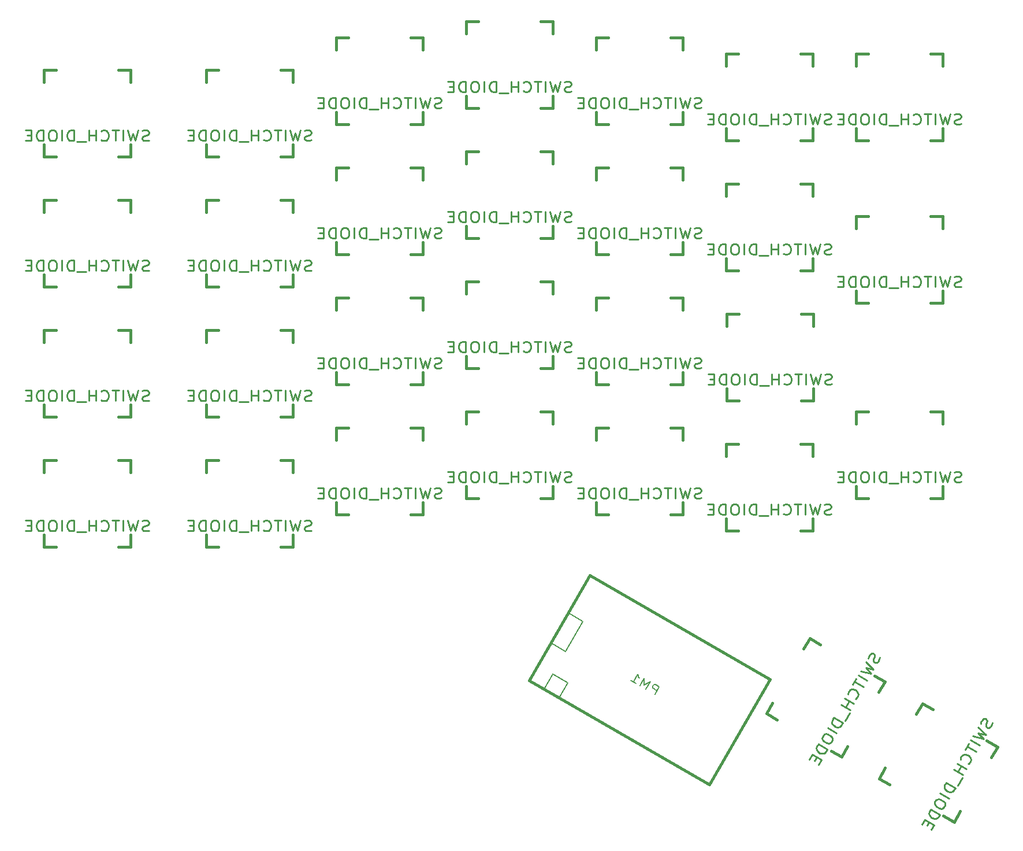
<source format=gbr>
G04 #@! TF.FileFunction,Legend,Bot*
%FSLAX46Y46*%
G04 Gerber Fmt 4.6, Leading zero omitted, Abs format (unit mm)*
G04 Created by KiCad (PCBNEW 4.0.2-4+6225~38~ubuntu14.04.1-stable) date wo 11 mei 2016 20:11:20 CEST*
%MOMM*%
G01*
G04 APERTURE LIST*
%ADD10C,0.100000*%
%ADD11C,0.381000*%
%ADD12C,0.150000*%
%ADD13C,0.254000*%
%ADD14C,0.203200*%
G04 APERTURE END LIST*
D10*
D11*
X108584739Y-104019261D02*
X109473739Y-102479468D01*
X114045739Y-94560532D02*
X114934739Y-93020739D01*
X114934739Y-93020739D02*
X116474532Y-93909739D01*
X124393468Y-98481739D02*
X125933261Y-99370739D01*
X125933261Y-99370739D02*
X125044261Y-100910532D01*
X120472261Y-108829468D02*
X119583261Y-110369261D01*
X119583261Y-110369261D02*
X118043468Y-109480261D01*
X110124532Y-104908261D02*
X108584739Y-104019261D01*
D12*
X76971773Y-93639705D02*
X79171477Y-94909705D01*
X79171477Y-94909705D02*
X81711477Y-90510295D01*
X81711477Y-90510295D02*
X79511773Y-89240295D01*
X79511773Y-89240295D02*
X76971773Y-93639705D01*
X75996477Y-100408966D02*
X77266477Y-98209261D01*
X77266477Y-98209261D02*
X79466182Y-99479261D01*
X79466182Y-99479261D02*
X78196182Y-101678966D01*
D11*
X73796773Y-99138966D02*
X82686773Y-83741034D01*
X82686773Y-83741034D02*
X109083227Y-98981034D01*
X109083227Y-98981034D02*
X100193227Y-114378966D01*
X100193227Y-114378966D02*
X73796773Y-99138966D01*
X2648000Y-9791000D02*
X4426000Y-9791000D01*
X13570000Y-9791000D02*
X15348000Y-9791000D01*
X15348000Y-9791000D02*
X15348000Y-11569000D01*
X15348000Y-20713000D02*
X15348000Y-22491000D01*
X15348000Y-22491000D02*
X13570000Y-22491000D01*
X4426000Y-22491000D02*
X2648000Y-22491000D01*
X2648000Y-22491000D02*
X2648000Y-20713000D01*
X2648000Y-11569000D02*
X2648000Y-9791000D01*
X26460000Y-9790000D02*
X28238000Y-9790000D01*
X37382000Y-9790000D02*
X39160000Y-9790000D01*
X39160000Y-9790000D02*
X39160000Y-11568000D01*
X39160000Y-20712000D02*
X39160000Y-22490000D01*
X39160000Y-22490000D02*
X37382000Y-22490000D01*
X28238000Y-22490000D02*
X26460000Y-22490000D01*
X26460000Y-22490000D02*
X26460000Y-20712000D01*
X26460000Y-11568000D02*
X26460000Y-9790000D01*
X45510000Y-5029000D02*
X47288000Y-5029000D01*
X56432000Y-5029000D02*
X58210000Y-5029000D01*
X58210000Y-5029000D02*
X58210000Y-6807000D01*
X58210000Y-15951000D02*
X58210000Y-17729000D01*
X58210000Y-17729000D02*
X56432000Y-17729000D01*
X47288000Y-17729000D02*
X45510000Y-17729000D01*
X45510000Y-17729000D02*
X45510000Y-15951000D01*
X45510000Y-6807000D02*
X45510000Y-5029000D01*
X64560000Y-2648000D02*
X66338000Y-2648000D01*
X75482000Y-2648000D02*
X77260000Y-2648000D01*
X77260000Y-2648000D02*
X77260000Y-4426000D01*
X77260000Y-13570000D02*
X77260000Y-15348000D01*
X77260000Y-15348000D02*
X75482000Y-15348000D01*
X66338000Y-15348000D02*
X64560000Y-15348000D01*
X64560000Y-15348000D02*
X64560000Y-13570000D01*
X64560000Y-4426000D02*
X64560000Y-2648000D01*
X83610000Y-5029000D02*
X85388000Y-5029000D01*
X94532000Y-5029000D02*
X96310000Y-5029000D01*
X96310000Y-5029000D02*
X96310000Y-6807000D01*
X96310000Y-15951000D02*
X96310000Y-17729000D01*
X96310000Y-17729000D02*
X94532000Y-17729000D01*
X85388000Y-17729000D02*
X83610000Y-17729000D01*
X83610000Y-17729000D02*
X83610000Y-15951000D01*
X83610000Y-6807000D02*
X83610000Y-5029000D01*
X102660000Y-7410000D02*
X104438000Y-7410000D01*
X113582000Y-7410000D02*
X115360000Y-7410000D01*
X115360000Y-7410000D02*
X115360000Y-9188000D01*
X115360000Y-18332000D02*
X115360000Y-20110000D01*
X115360000Y-20110000D02*
X113582000Y-20110000D01*
X104438000Y-20110000D02*
X102660000Y-20110000D01*
X102660000Y-20110000D02*
X102660000Y-18332000D01*
X102660000Y-9188000D02*
X102660000Y-7410000D01*
X121710000Y-7410000D02*
X123488000Y-7410000D01*
X132632000Y-7410000D02*
X134410000Y-7410000D01*
X134410000Y-7410000D02*
X134410000Y-9188000D01*
X134410000Y-18332000D02*
X134410000Y-20110000D01*
X134410000Y-20110000D02*
X132632000Y-20110000D01*
X123488000Y-20110000D02*
X121710000Y-20110000D01*
X121710000Y-20110000D02*
X121710000Y-18332000D01*
X121710000Y-9188000D02*
X121710000Y-7410000D01*
X2648000Y-28841000D02*
X4426000Y-28841000D01*
X13570000Y-28841000D02*
X15348000Y-28841000D01*
X15348000Y-28841000D02*
X15348000Y-30619000D01*
X15348000Y-39763000D02*
X15348000Y-41541000D01*
X15348000Y-41541000D02*
X13570000Y-41541000D01*
X4426000Y-41541000D02*
X2648000Y-41541000D01*
X2648000Y-41541000D02*
X2648000Y-39763000D01*
X2648000Y-30619000D02*
X2648000Y-28841000D01*
X26460000Y-28841000D02*
X28238000Y-28841000D01*
X37382000Y-28841000D02*
X39160000Y-28841000D01*
X39160000Y-28841000D02*
X39160000Y-30619000D01*
X39160000Y-39763000D02*
X39160000Y-41541000D01*
X39160000Y-41541000D02*
X37382000Y-41541000D01*
X28238000Y-41541000D02*
X26460000Y-41541000D01*
X26460000Y-41541000D02*
X26460000Y-39763000D01*
X26460000Y-30619000D02*
X26460000Y-28841000D01*
X45510000Y-24079000D02*
X47288000Y-24079000D01*
X56432000Y-24079000D02*
X58210000Y-24079000D01*
X58210000Y-24079000D02*
X58210000Y-25857000D01*
X58210000Y-35001000D02*
X58210000Y-36779000D01*
X58210000Y-36779000D02*
X56432000Y-36779000D01*
X47288000Y-36779000D02*
X45510000Y-36779000D01*
X45510000Y-36779000D02*
X45510000Y-35001000D01*
X45510000Y-25857000D02*
X45510000Y-24079000D01*
X64560000Y-21688000D02*
X66338000Y-21688000D01*
X75482000Y-21688000D02*
X77260000Y-21688000D01*
X77260000Y-21688000D02*
X77260000Y-23466000D01*
X77260000Y-32610000D02*
X77260000Y-34388000D01*
X77260000Y-34388000D02*
X75482000Y-34388000D01*
X66338000Y-34388000D02*
X64560000Y-34388000D01*
X64560000Y-34388000D02*
X64560000Y-32610000D01*
X64560000Y-23466000D02*
X64560000Y-21688000D01*
X83610000Y-24079000D02*
X85388000Y-24079000D01*
X94532000Y-24079000D02*
X96310000Y-24079000D01*
X96310000Y-24079000D02*
X96310000Y-25857000D01*
X96310000Y-35001000D02*
X96310000Y-36779000D01*
X96310000Y-36779000D02*
X94532000Y-36779000D01*
X85388000Y-36779000D02*
X83610000Y-36779000D01*
X83610000Y-36779000D02*
X83610000Y-35001000D01*
X83610000Y-25857000D02*
X83610000Y-24079000D01*
X102660000Y-26460000D02*
X104438000Y-26460000D01*
X113582000Y-26460000D02*
X115360000Y-26460000D01*
X115360000Y-26460000D02*
X115360000Y-28238000D01*
X115360000Y-37382000D02*
X115360000Y-39160000D01*
X115360000Y-39160000D02*
X113582000Y-39160000D01*
X104438000Y-39160000D02*
X102660000Y-39160000D01*
X102660000Y-39160000D02*
X102660000Y-37382000D01*
X102660000Y-28238000D02*
X102660000Y-26460000D01*
X2648000Y-47891000D02*
X4426000Y-47891000D01*
X13570000Y-47891000D02*
X15348000Y-47891000D01*
X15348000Y-47891000D02*
X15348000Y-49669000D01*
X15348000Y-58813000D02*
X15348000Y-60591000D01*
X15348000Y-60591000D02*
X13570000Y-60591000D01*
X4426000Y-60591000D02*
X2648000Y-60591000D01*
X2648000Y-60591000D02*
X2648000Y-58813000D01*
X2648000Y-49669000D02*
X2648000Y-47891000D01*
X26460000Y-47891000D02*
X28238000Y-47891000D01*
X37382000Y-47891000D02*
X39160000Y-47891000D01*
X39160000Y-47891000D02*
X39160000Y-49669000D01*
X39160000Y-58813000D02*
X39160000Y-60591000D01*
X39160000Y-60591000D02*
X37382000Y-60591000D01*
X28238000Y-60591000D02*
X26460000Y-60591000D01*
X26460000Y-60591000D02*
X26460000Y-58813000D01*
X26460000Y-49669000D02*
X26460000Y-47891000D01*
X45510000Y-43129000D02*
X47288000Y-43129000D01*
X56432000Y-43129000D02*
X58210000Y-43129000D01*
X58210000Y-43129000D02*
X58210000Y-44907000D01*
X58210000Y-54051000D02*
X58210000Y-55829000D01*
X58210000Y-55829000D02*
X56432000Y-55829000D01*
X47288000Y-55829000D02*
X45510000Y-55829000D01*
X45510000Y-55829000D02*
X45510000Y-54051000D01*
X45510000Y-44907000D02*
X45510000Y-43129000D01*
X64560000Y-40738000D02*
X66338000Y-40738000D01*
X75482000Y-40738000D02*
X77260000Y-40738000D01*
X77260000Y-40738000D02*
X77260000Y-42516000D01*
X77260000Y-51660000D02*
X77260000Y-53438000D01*
X77260000Y-53438000D02*
X75482000Y-53438000D01*
X66338000Y-53438000D02*
X64560000Y-53438000D01*
X64560000Y-53438000D02*
X64560000Y-51660000D01*
X64560000Y-42516000D02*
X64560000Y-40738000D01*
X83610000Y-43129000D02*
X85388000Y-43129000D01*
X94532000Y-43129000D02*
X96310000Y-43129000D01*
X96310000Y-43129000D02*
X96310000Y-44907000D01*
X96310000Y-54051000D02*
X96310000Y-55829000D01*
X96310000Y-55829000D02*
X94532000Y-55829000D01*
X85388000Y-55829000D02*
X83610000Y-55829000D01*
X83610000Y-55829000D02*
X83610000Y-54051000D01*
X83610000Y-44907000D02*
X83610000Y-43129000D01*
X102751000Y-45510000D02*
X104529000Y-45510000D01*
X113673000Y-45510000D02*
X115451000Y-45510000D01*
X115451000Y-45510000D02*
X115451000Y-47288000D01*
X115451000Y-56432000D02*
X115451000Y-58210000D01*
X115451000Y-58210000D02*
X113673000Y-58210000D01*
X104529000Y-58210000D02*
X102751000Y-58210000D01*
X102751000Y-58210000D02*
X102751000Y-56432000D01*
X102751000Y-47288000D02*
X102751000Y-45510000D01*
X121710000Y-31223000D02*
X123488000Y-31223000D01*
X132632000Y-31223000D02*
X134410000Y-31223000D01*
X134410000Y-31223000D02*
X134410000Y-33001000D01*
X134410000Y-42145000D02*
X134410000Y-43923000D01*
X134410000Y-43923000D02*
X132632000Y-43923000D01*
X123488000Y-43923000D02*
X121710000Y-43923000D01*
X121710000Y-43923000D02*
X121710000Y-42145000D01*
X121710000Y-33001000D02*
X121710000Y-31223000D01*
X2648000Y-66941000D02*
X4426000Y-66941000D01*
X13570000Y-66941000D02*
X15348000Y-66941000D01*
X15348000Y-66941000D02*
X15348000Y-68719000D01*
X15348000Y-77863000D02*
X15348000Y-79641000D01*
X15348000Y-79641000D02*
X13570000Y-79641000D01*
X4426000Y-79641000D02*
X2648000Y-79641000D01*
X2648000Y-79641000D02*
X2648000Y-77863000D01*
X2648000Y-68719000D02*
X2648000Y-66941000D01*
X26460000Y-66941000D02*
X28238000Y-66941000D01*
X37382000Y-66941000D02*
X39160000Y-66941000D01*
X39160000Y-66941000D02*
X39160000Y-68719000D01*
X39160000Y-77863000D02*
X39160000Y-79641000D01*
X39160000Y-79641000D02*
X37382000Y-79641000D01*
X28238000Y-79641000D02*
X26460000Y-79641000D01*
X26460000Y-79641000D02*
X26460000Y-77863000D01*
X26460000Y-68719000D02*
X26460000Y-66941000D01*
X45510000Y-62179000D02*
X47288000Y-62179000D01*
X56432000Y-62179000D02*
X58210000Y-62179000D01*
X58210000Y-62179000D02*
X58210000Y-63957000D01*
X58210000Y-73101000D02*
X58210000Y-74879000D01*
X58210000Y-74879000D02*
X56432000Y-74879000D01*
X47288000Y-74879000D02*
X45510000Y-74879000D01*
X45510000Y-74879000D02*
X45510000Y-73101000D01*
X45510000Y-63957000D02*
X45510000Y-62179000D01*
X64560000Y-59788000D02*
X66338000Y-59788000D01*
X75482000Y-59788000D02*
X77260000Y-59788000D01*
X77260000Y-59788000D02*
X77260000Y-61566000D01*
X77260000Y-70710000D02*
X77260000Y-72488000D01*
X77260000Y-72488000D02*
X75482000Y-72488000D01*
X66338000Y-72488000D02*
X64560000Y-72488000D01*
X64560000Y-72488000D02*
X64560000Y-70710000D01*
X64560000Y-61566000D02*
X64560000Y-59788000D01*
X83610000Y-62179000D02*
X85388000Y-62179000D01*
X94532000Y-62179000D02*
X96310000Y-62179000D01*
X96310000Y-62179000D02*
X96310000Y-63957000D01*
X96310000Y-73101000D02*
X96310000Y-74879000D01*
X96310000Y-74879000D02*
X94532000Y-74879000D01*
X85388000Y-74879000D02*
X83610000Y-74879000D01*
X83610000Y-74879000D02*
X83610000Y-73101000D01*
X83610000Y-63957000D02*
X83610000Y-62179000D01*
X102660000Y-64560000D02*
X104438000Y-64560000D01*
X113582000Y-64560000D02*
X115360000Y-64560000D01*
X115360000Y-64560000D02*
X115360000Y-66338000D01*
X115360000Y-75482000D02*
X115360000Y-77260000D01*
X115360000Y-77260000D02*
X113582000Y-77260000D01*
X104438000Y-77260000D02*
X102660000Y-77260000D01*
X102660000Y-77260000D02*
X102660000Y-75482000D01*
X102660000Y-66338000D02*
X102660000Y-64560000D01*
X121710000Y-59798000D02*
X123488000Y-59798000D01*
X132632000Y-59798000D02*
X134410000Y-59798000D01*
X134410000Y-59798000D02*
X134410000Y-61576000D01*
X134410000Y-70720000D02*
X134410000Y-72498000D01*
X134410000Y-72498000D02*
X132632000Y-72498000D01*
X123488000Y-72498000D02*
X121710000Y-72498000D01*
X121710000Y-72498000D02*
X121710000Y-70720000D01*
X121710000Y-61576000D02*
X121710000Y-59798000D01*
X125082739Y-113544261D02*
X125971739Y-112004468D01*
X130543739Y-104085532D02*
X131432739Y-102545739D01*
X131432739Y-102545739D02*
X132972532Y-103434739D01*
X140891468Y-108006739D02*
X142431261Y-108895739D01*
X142431261Y-108895739D02*
X141542261Y-110435532D01*
X136970261Y-118354468D02*
X136081261Y-119894261D01*
X136081261Y-119894261D02*
X134541468Y-119005261D01*
X126622532Y-114433261D02*
X125082739Y-113544261D01*
D13*
X125182497Y-95808815D02*
X125118346Y-96065072D01*
X124906680Y-96431689D01*
X124759164Y-96542049D01*
X124653982Y-96579088D01*
X124485951Y-96579840D01*
X124360253Y-96507268D01*
X124276889Y-96361373D01*
X124256375Y-96251764D01*
X124278192Y-96068831D01*
X124384677Y-95739251D01*
X124406494Y-95556319D01*
X124385980Y-95446710D01*
X124302615Y-95300815D01*
X124176917Y-95228244D01*
X124008887Y-95228995D01*
X123903705Y-95266033D01*
X123756190Y-95376394D01*
X123544523Y-95743012D01*
X123480372Y-95999268D01*
X123121190Y-96476247D02*
X124229347Y-97604864D01*
X123117282Y-97353872D01*
X123890680Y-98191452D01*
X122359190Y-97796069D01*
X123340347Y-99144657D02*
X122020524Y-98382657D01*
X121724190Y-98895922D02*
X121216190Y-99775804D01*
X122790013Y-100097863D02*
X121470190Y-99335863D01*
X121605982Y-101858379D02*
X121711163Y-101821341D01*
X121901013Y-101637657D01*
X121985680Y-101491009D01*
X122049830Y-101234753D01*
X122008799Y-101015534D01*
X121925435Y-100869639D01*
X121716374Y-100651174D01*
X121527827Y-100542316D01*
X121234100Y-100470497D01*
X121066069Y-100471249D01*
X120855705Y-100545324D01*
X120665857Y-100729009D01*
X120581190Y-100875657D01*
X120517038Y-101131913D01*
X120537553Y-101241521D01*
X121350680Y-102590861D02*
X120030857Y-101828861D01*
X120659344Y-102191718D02*
X120151344Y-103071600D01*
X120842680Y-103470743D02*
X119522857Y-102708743D01*
X120756709Y-103909932D02*
X120079376Y-105083108D01*
X119742013Y-105377154D02*
X118422190Y-104615154D01*
X118210523Y-104981772D01*
X118146371Y-105238028D01*
X118187402Y-105457246D01*
X118270766Y-105603142D01*
X118479827Y-105821607D01*
X118668374Y-105930465D01*
X118962101Y-106002284D01*
X119130132Y-106001532D01*
X119340496Y-105927457D01*
X119530346Y-105743772D01*
X119742013Y-105377154D01*
X118853013Y-106916948D02*
X117533190Y-106154948D01*
X116940523Y-107181477D02*
X116771189Y-107474771D01*
X116749371Y-107657703D01*
X116790402Y-107876921D01*
X116999464Y-108095388D01*
X117439405Y-108349388D01*
X117733132Y-108421207D01*
X117943496Y-108347132D01*
X118091012Y-108236771D01*
X118260346Y-107943477D01*
X118282163Y-107760544D01*
X118241132Y-107541325D01*
X118032071Y-107322860D01*
X117592130Y-107068860D01*
X117298402Y-106997040D01*
X117088038Y-107071116D01*
X116940523Y-107181477D01*
X117498346Y-109263300D02*
X116178523Y-108501300D01*
X115966856Y-108867918D01*
X115902704Y-109124174D01*
X115943735Y-109343392D01*
X116027099Y-109489287D01*
X116236160Y-109707752D01*
X116424707Y-109816610D01*
X116718434Y-109888429D01*
X116886465Y-109887677D01*
X117096829Y-109813602D01*
X117286679Y-109629918D01*
X117498346Y-109263300D01*
X115918010Y-110403950D02*
X115621676Y-110917214D01*
X116186012Y-111536328D02*
X116609346Y-110803093D01*
X115289523Y-110041093D01*
X114866189Y-110774328D01*
D14*
X92246077Y-101190409D02*
X92881077Y-100090557D01*
X92378287Y-99800271D01*
X92222352Y-99780074D01*
X92129265Y-99796162D01*
X92005940Y-99864624D01*
X91915226Y-100021746D01*
X91917598Y-100162780D01*
X91950209Y-100251439D01*
X92045668Y-100376384D01*
X92548458Y-100666670D01*
X90926254Y-100428409D02*
X91561254Y-99328557D01*
X90667742Y-99860166D01*
X90681372Y-98820557D01*
X90046372Y-99920409D01*
X88726550Y-99158409D02*
X89480734Y-99593838D01*
X89103642Y-99376124D02*
X89738642Y-98276272D01*
X89773626Y-98505964D01*
X89838846Y-98683284D01*
X89934306Y-98808229D01*
D13*
X18057334Y-20059857D02*
X17803334Y-20132429D01*
X17380001Y-20132429D01*
X17210668Y-20059857D01*
X17126001Y-19987286D01*
X17041334Y-19842143D01*
X17041334Y-19697000D01*
X17126001Y-19551857D01*
X17210668Y-19479286D01*
X17380001Y-19406714D01*
X17718668Y-19334143D01*
X17888001Y-19261571D01*
X17972668Y-19189000D01*
X18057334Y-19043857D01*
X18057334Y-18898714D01*
X17972668Y-18753571D01*
X17888001Y-18681000D01*
X17718668Y-18608429D01*
X17295334Y-18608429D01*
X17041334Y-18681000D01*
X16448668Y-18608429D02*
X16025335Y-20132429D01*
X15686668Y-19043857D01*
X15348001Y-20132429D01*
X14924668Y-18608429D01*
X14247335Y-20132429D02*
X14247335Y-18608429D01*
X13654668Y-18608429D02*
X12638668Y-18608429D01*
X13146668Y-20132429D02*
X13146668Y-18608429D01*
X11030001Y-19987286D02*
X11114667Y-20059857D01*
X11368667Y-20132429D01*
X11538001Y-20132429D01*
X11792001Y-20059857D01*
X11961334Y-19914714D01*
X12046001Y-19769571D01*
X12130667Y-19479286D01*
X12130667Y-19261571D01*
X12046001Y-18971286D01*
X11961334Y-18826143D01*
X11792001Y-18681000D01*
X11538001Y-18608429D01*
X11368667Y-18608429D01*
X11114667Y-18681000D01*
X11030001Y-18753571D01*
X10268001Y-20132429D02*
X10268001Y-18608429D01*
X10268001Y-19334143D02*
X9252001Y-19334143D01*
X9252001Y-20132429D02*
X9252001Y-18608429D01*
X8828667Y-20277571D02*
X7474000Y-20277571D01*
X7050667Y-20132429D02*
X7050667Y-18608429D01*
X6627333Y-18608429D01*
X6373333Y-18681000D01*
X6204000Y-18826143D01*
X6119333Y-18971286D01*
X6034667Y-19261571D01*
X6034667Y-19479286D01*
X6119333Y-19769571D01*
X6204000Y-19914714D01*
X6373333Y-20059857D01*
X6627333Y-20132429D01*
X7050667Y-20132429D01*
X5272667Y-20132429D02*
X5272667Y-18608429D01*
X4087333Y-18608429D02*
X3748666Y-18608429D01*
X3579333Y-18681000D01*
X3410000Y-18826143D01*
X3325333Y-19116429D01*
X3325333Y-19624429D01*
X3410000Y-19914714D01*
X3579333Y-20059857D01*
X3748666Y-20132429D01*
X4087333Y-20132429D01*
X4256666Y-20059857D01*
X4426000Y-19914714D01*
X4510666Y-19624429D01*
X4510666Y-19116429D01*
X4426000Y-18826143D01*
X4256666Y-18681000D01*
X4087333Y-18608429D01*
X2563333Y-20132429D02*
X2563333Y-18608429D01*
X2139999Y-18608429D01*
X1885999Y-18681000D01*
X1716666Y-18826143D01*
X1631999Y-18971286D01*
X1547333Y-19261571D01*
X1547333Y-19479286D01*
X1631999Y-19769571D01*
X1716666Y-19914714D01*
X1885999Y-20059857D01*
X2139999Y-20132429D01*
X2563333Y-20132429D01*
X785333Y-19334143D02*
X192666Y-19334143D01*
X-61334Y-20132429D02*
X785333Y-20132429D01*
X785333Y-18608429D01*
X-61334Y-18608429D01*
X41869334Y-20058857D02*
X41615334Y-20131429D01*
X41192001Y-20131429D01*
X41022668Y-20058857D01*
X40938001Y-19986286D01*
X40853334Y-19841143D01*
X40853334Y-19696000D01*
X40938001Y-19550857D01*
X41022668Y-19478286D01*
X41192001Y-19405714D01*
X41530668Y-19333143D01*
X41700001Y-19260571D01*
X41784668Y-19188000D01*
X41869334Y-19042857D01*
X41869334Y-18897714D01*
X41784668Y-18752571D01*
X41700001Y-18680000D01*
X41530668Y-18607429D01*
X41107334Y-18607429D01*
X40853334Y-18680000D01*
X40260668Y-18607429D02*
X39837335Y-20131429D01*
X39498668Y-19042857D01*
X39160001Y-20131429D01*
X38736668Y-18607429D01*
X38059335Y-20131429D02*
X38059335Y-18607429D01*
X37466668Y-18607429D02*
X36450668Y-18607429D01*
X36958668Y-20131429D02*
X36958668Y-18607429D01*
X34842001Y-19986286D02*
X34926667Y-20058857D01*
X35180667Y-20131429D01*
X35350001Y-20131429D01*
X35604001Y-20058857D01*
X35773334Y-19913714D01*
X35858001Y-19768571D01*
X35942667Y-19478286D01*
X35942667Y-19260571D01*
X35858001Y-18970286D01*
X35773334Y-18825143D01*
X35604001Y-18680000D01*
X35350001Y-18607429D01*
X35180667Y-18607429D01*
X34926667Y-18680000D01*
X34842001Y-18752571D01*
X34080001Y-20131429D02*
X34080001Y-18607429D01*
X34080001Y-19333143D02*
X33064001Y-19333143D01*
X33064001Y-20131429D02*
X33064001Y-18607429D01*
X32640667Y-20276571D02*
X31286000Y-20276571D01*
X30862667Y-20131429D02*
X30862667Y-18607429D01*
X30439333Y-18607429D01*
X30185333Y-18680000D01*
X30016000Y-18825143D01*
X29931333Y-18970286D01*
X29846667Y-19260571D01*
X29846667Y-19478286D01*
X29931333Y-19768571D01*
X30016000Y-19913714D01*
X30185333Y-20058857D01*
X30439333Y-20131429D01*
X30862667Y-20131429D01*
X29084667Y-20131429D02*
X29084667Y-18607429D01*
X27899333Y-18607429D02*
X27560666Y-18607429D01*
X27391333Y-18680000D01*
X27222000Y-18825143D01*
X27137333Y-19115429D01*
X27137333Y-19623429D01*
X27222000Y-19913714D01*
X27391333Y-20058857D01*
X27560666Y-20131429D01*
X27899333Y-20131429D01*
X28068666Y-20058857D01*
X28238000Y-19913714D01*
X28322666Y-19623429D01*
X28322666Y-19115429D01*
X28238000Y-18825143D01*
X28068666Y-18680000D01*
X27899333Y-18607429D01*
X26375333Y-20131429D02*
X26375333Y-18607429D01*
X25951999Y-18607429D01*
X25697999Y-18680000D01*
X25528666Y-18825143D01*
X25443999Y-18970286D01*
X25359333Y-19260571D01*
X25359333Y-19478286D01*
X25443999Y-19768571D01*
X25528666Y-19913714D01*
X25697999Y-20058857D01*
X25951999Y-20131429D01*
X26375333Y-20131429D01*
X24597333Y-19333143D02*
X24004666Y-19333143D01*
X23750666Y-20131429D02*
X24597333Y-20131429D01*
X24597333Y-18607429D01*
X23750666Y-18607429D01*
X60919334Y-15297857D02*
X60665334Y-15370429D01*
X60242001Y-15370429D01*
X60072668Y-15297857D01*
X59988001Y-15225286D01*
X59903334Y-15080143D01*
X59903334Y-14935000D01*
X59988001Y-14789857D01*
X60072668Y-14717286D01*
X60242001Y-14644714D01*
X60580668Y-14572143D01*
X60750001Y-14499571D01*
X60834668Y-14427000D01*
X60919334Y-14281857D01*
X60919334Y-14136714D01*
X60834668Y-13991571D01*
X60750001Y-13919000D01*
X60580668Y-13846429D01*
X60157334Y-13846429D01*
X59903334Y-13919000D01*
X59310668Y-13846429D02*
X58887335Y-15370429D01*
X58548668Y-14281857D01*
X58210001Y-15370429D01*
X57786668Y-13846429D01*
X57109335Y-15370429D02*
X57109335Y-13846429D01*
X56516668Y-13846429D02*
X55500668Y-13846429D01*
X56008668Y-15370429D02*
X56008668Y-13846429D01*
X53892001Y-15225286D02*
X53976667Y-15297857D01*
X54230667Y-15370429D01*
X54400001Y-15370429D01*
X54654001Y-15297857D01*
X54823334Y-15152714D01*
X54908001Y-15007571D01*
X54992667Y-14717286D01*
X54992667Y-14499571D01*
X54908001Y-14209286D01*
X54823334Y-14064143D01*
X54654001Y-13919000D01*
X54400001Y-13846429D01*
X54230667Y-13846429D01*
X53976667Y-13919000D01*
X53892001Y-13991571D01*
X53130001Y-15370429D02*
X53130001Y-13846429D01*
X53130001Y-14572143D02*
X52114001Y-14572143D01*
X52114001Y-15370429D02*
X52114001Y-13846429D01*
X51690667Y-15515571D02*
X50336000Y-15515571D01*
X49912667Y-15370429D02*
X49912667Y-13846429D01*
X49489333Y-13846429D01*
X49235333Y-13919000D01*
X49066000Y-14064143D01*
X48981333Y-14209286D01*
X48896667Y-14499571D01*
X48896667Y-14717286D01*
X48981333Y-15007571D01*
X49066000Y-15152714D01*
X49235333Y-15297857D01*
X49489333Y-15370429D01*
X49912667Y-15370429D01*
X48134667Y-15370429D02*
X48134667Y-13846429D01*
X46949333Y-13846429D02*
X46610666Y-13846429D01*
X46441333Y-13919000D01*
X46272000Y-14064143D01*
X46187333Y-14354429D01*
X46187333Y-14862429D01*
X46272000Y-15152714D01*
X46441333Y-15297857D01*
X46610666Y-15370429D01*
X46949333Y-15370429D01*
X47118666Y-15297857D01*
X47288000Y-15152714D01*
X47372666Y-14862429D01*
X47372666Y-14354429D01*
X47288000Y-14064143D01*
X47118666Y-13919000D01*
X46949333Y-13846429D01*
X45425333Y-15370429D02*
X45425333Y-13846429D01*
X45001999Y-13846429D01*
X44747999Y-13919000D01*
X44578666Y-14064143D01*
X44493999Y-14209286D01*
X44409333Y-14499571D01*
X44409333Y-14717286D01*
X44493999Y-15007571D01*
X44578666Y-15152714D01*
X44747999Y-15297857D01*
X45001999Y-15370429D01*
X45425333Y-15370429D01*
X43647333Y-14572143D02*
X43054666Y-14572143D01*
X42800666Y-15370429D02*
X43647333Y-15370429D01*
X43647333Y-13846429D01*
X42800666Y-13846429D01*
X79969334Y-12916857D02*
X79715334Y-12989429D01*
X79292001Y-12989429D01*
X79122668Y-12916857D01*
X79038001Y-12844286D01*
X78953334Y-12699143D01*
X78953334Y-12554000D01*
X79038001Y-12408857D01*
X79122668Y-12336286D01*
X79292001Y-12263714D01*
X79630668Y-12191143D01*
X79800001Y-12118571D01*
X79884668Y-12046000D01*
X79969334Y-11900857D01*
X79969334Y-11755714D01*
X79884668Y-11610571D01*
X79800001Y-11538000D01*
X79630668Y-11465429D01*
X79207334Y-11465429D01*
X78953334Y-11538000D01*
X78360668Y-11465429D02*
X77937335Y-12989429D01*
X77598668Y-11900857D01*
X77260001Y-12989429D01*
X76836668Y-11465429D01*
X76159335Y-12989429D02*
X76159335Y-11465429D01*
X75566668Y-11465429D02*
X74550668Y-11465429D01*
X75058668Y-12989429D02*
X75058668Y-11465429D01*
X72942001Y-12844286D02*
X73026667Y-12916857D01*
X73280667Y-12989429D01*
X73450001Y-12989429D01*
X73704001Y-12916857D01*
X73873334Y-12771714D01*
X73958001Y-12626571D01*
X74042667Y-12336286D01*
X74042667Y-12118571D01*
X73958001Y-11828286D01*
X73873334Y-11683143D01*
X73704001Y-11538000D01*
X73450001Y-11465429D01*
X73280667Y-11465429D01*
X73026667Y-11538000D01*
X72942001Y-11610571D01*
X72180001Y-12989429D02*
X72180001Y-11465429D01*
X72180001Y-12191143D02*
X71164001Y-12191143D01*
X71164001Y-12989429D02*
X71164001Y-11465429D01*
X70740667Y-13134571D02*
X69386000Y-13134571D01*
X68962667Y-12989429D02*
X68962667Y-11465429D01*
X68539333Y-11465429D01*
X68285333Y-11538000D01*
X68116000Y-11683143D01*
X68031333Y-11828286D01*
X67946667Y-12118571D01*
X67946667Y-12336286D01*
X68031333Y-12626571D01*
X68116000Y-12771714D01*
X68285333Y-12916857D01*
X68539333Y-12989429D01*
X68962667Y-12989429D01*
X67184667Y-12989429D02*
X67184667Y-11465429D01*
X65999333Y-11465429D02*
X65660666Y-11465429D01*
X65491333Y-11538000D01*
X65322000Y-11683143D01*
X65237333Y-11973429D01*
X65237333Y-12481429D01*
X65322000Y-12771714D01*
X65491333Y-12916857D01*
X65660666Y-12989429D01*
X65999333Y-12989429D01*
X66168666Y-12916857D01*
X66338000Y-12771714D01*
X66422666Y-12481429D01*
X66422666Y-11973429D01*
X66338000Y-11683143D01*
X66168666Y-11538000D01*
X65999333Y-11465429D01*
X64475333Y-12989429D02*
X64475333Y-11465429D01*
X64051999Y-11465429D01*
X63797999Y-11538000D01*
X63628666Y-11683143D01*
X63543999Y-11828286D01*
X63459333Y-12118571D01*
X63459333Y-12336286D01*
X63543999Y-12626571D01*
X63628666Y-12771714D01*
X63797999Y-12916857D01*
X64051999Y-12989429D01*
X64475333Y-12989429D01*
X62697333Y-12191143D02*
X62104666Y-12191143D01*
X61850666Y-12989429D02*
X62697333Y-12989429D01*
X62697333Y-11465429D01*
X61850666Y-11465429D01*
X99019334Y-15297857D02*
X98765334Y-15370429D01*
X98342001Y-15370429D01*
X98172668Y-15297857D01*
X98088001Y-15225286D01*
X98003334Y-15080143D01*
X98003334Y-14935000D01*
X98088001Y-14789857D01*
X98172668Y-14717286D01*
X98342001Y-14644714D01*
X98680668Y-14572143D01*
X98850001Y-14499571D01*
X98934668Y-14427000D01*
X99019334Y-14281857D01*
X99019334Y-14136714D01*
X98934668Y-13991571D01*
X98850001Y-13919000D01*
X98680668Y-13846429D01*
X98257334Y-13846429D01*
X98003334Y-13919000D01*
X97410668Y-13846429D02*
X96987335Y-15370429D01*
X96648668Y-14281857D01*
X96310001Y-15370429D01*
X95886668Y-13846429D01*
X95209335Y-15370429D02*
X95209335Y-13846429D01*
X94616668Y-13846429D02*
X93600668Y-13846429D01*
X94108668Y-15370429D02*
X94108668Y-13846429D01*
X91992001Y-15225286D02*
X92076667Y-15297857D01*
X92330667Y-15370429D01*
X92500001Y-15370429D01*
X92754001Y-15297857D01*
X92923334Y-15152714D01*
X93008001Y-15007571D01*
X93092667Y-14717286D01*
X93092667Y-14499571D01*
X93008001Y-14209286D01*
X92923334Y-14064143D01*
X92754001Y-13919000D01*
X92500001Y-13846429D01*
X92330667Y-13846429D01*
X92076667Y-13919000D01*
X91992001Y-13991571D01*
X91230001Y-15370429D02*
X91230001Y-13846429D01*
X91230001Y-14572143D02*
X90214001Y-14572143D01*
X90214001Y-15370429D02*
X90214001Y-13846429D01*
X89790667Y-15515571D02*
X88436000Y-15515571D01*
X88012667Y-15370429D02*
X88012667Y-13846429D01*
X87589333Y-13846429D01*
X87335333Y-13919000D01*
X87166000Y-14064143D01*
X87081333Y-14209286D01*
X86996667Y-14499571D01*
X86996667Y-14717286D01*
X87081333Y-15007571D01*
X87166000Y-15152714D01*
X87335333Y-15297857D01*
X87589333Y-15370429D01*
X88012667Y-15370429D01*
X86234667Y-15370429D02*
X86234667Y-13846429D01*
X85049333Y-13846429D02*
X84710666Y-13846429D01*
X84541333Y-13919000D01*
X84372000Y-14064143D01*
X84287333Y-14354429D01*
X84287333Y-14862429D01*
X84372000Y-15152714D01*
X84541333Y-15297857D01*
X84710666Y-15370429D01*
X85049333Y-15370429D01*
X85218666Y-15297857D01*
X85388000Y-15152714D01*
X85472666Y-14862429D01*
X85472666Y-14354429D01*
X85388000Y-14064143D01*
X85218666Y-13919000D01*
X85049333Y-13846429D01*
X83525333Y-15370429D02*
X83525333Y-13846429D01*
X83101999Y-13846429D01*
X82847999Y-13919000D01*
X82678666Y-14064143D01*
X82593999Y-14209286D01*
X82509333Y-14499571D01*
X82509333Y-14717286D01*
X82593999Y-15007571D01*
X82678666Y-15152714D01*
X82847999Y-15297857D01*
X83101999Y-15370429D01*
X83525333Y-15370429D01*
X81747333Y-14572143D02*
X81154666Y-14572143D01*
X80900666Y-15370429D02*
X81747333Y-15370429D01*
X81747333Y-13846429D01*
X80900666Y-13846429D01*
X118069334Y-17678857D02*
X117815334Y-17751429D01*
X117392001Y-17751429D01*
X117222668Y-17678857D01*
X117138001Y-17606286D01*
X117053334Y-17461143D01*
X117053334Y-17316000D01*
X117138001Y-17170857D01*
X117222668Y-17098286D01*
X117392001Y-17025714D01*
X117730668Y-16953143D01*
X117900001Y-16880571D01*
X117984668Y-16808000D01*
X118069334Y-16662857D01*
X118069334Y-16517714D01*
X117984668Y-16372571D01*
X117900001Y-16300000D01*
X117730668Y-16227429D01*
X117307334Y-16227429D01*
X117053334Y-16300000D01*
X116460668Y-16227429D02*
X116037335Y-17751429D01*
X115698668Y-16662857D01*
X115360001Y-17751429D01*
X114936668Y-16227429D01*
X114259335Y-17751429D02*
X114259335Y-16227429D01*
X113666668Y-16227429D02*
X112650668Y-16227429D01*
X113158668Y-17751429D02*
X113158668Y-16227429D01*
X111042001Y-17606286D02*
X111126667Y-17678857D01*
X111380667Y-17751429D01*
X111550001Y-17751429D01*
X111804001Y-17678857D01*
X111973334Y-17533714D01*
X112058001Y-17388571D01*
X112142667Y-17098286D01*
X112142667Y-16880571D01*
X112058001Y-16590286D01*
X111973334Y-16445143D01*
X111804001Y-16300000D01*
X111550001Y-16227429D01*
X111380667Y-16227429D01*
X111126667Y-16300000D01*
X111042001Y-16372571D01*
X110280001Y-17751429D02*
X110280001Y-16227429D01*
X110280001Y-16953143D02*
X109264001Y-16953143D01*
X109264001Y-17751429D02*
X109264001Y-16227429D01*
X108840667Y-17896571D02*
X107486000Y-17896571D01*
X107062667Y-17751429D02*
X107062667Y-16227429D01*
X106639333Y-16227429D01*
X106385333Y-16300000D01*
X106216000Y-16445143D01*
X106131333Y-16590286D01*
X106046667Y-16880571D01*
X106046667Y-17098286D01*
X106131333Y-17388571D01*
X106216000Y-17533714D01*
X106385333Y-17678857D01*
X106639333Y-17751429D01*
X107062667Y-17751429D01*
X105284667Y-17751429D02*
X105284667Y-16227429D01*
X104099333Y-16227429D02*
X103760666Y-16227429D01*
X103591333Y-16300000D01*
X103422000Y-16445143D01*
X103337333Y-16735429D01*
X103337333Y-17243429D01*
X103422000Y-17533714D01*
X103591333Y-17678857D01*
X103760666Y-17751429D01*
X104099333Y-17751429D01*
X104268666Y-17678857D01*
X104438000Y-17533714D01*
X104522666Y-17243429D01*
X104522666Y-16735429D01*
X104438000Y-16445143D01*
X104268666Y-16300000D01*
X104099333Y-16227429D01*
X102575333Y-17751429D02*
X102575333Y-16227429D01*
X102151999Y-16227429D01*
X101897999Y-16300000D01*
X101728666Y-16445143D01*
X101643999Y-16590286D01*
X101559333Y-16880571D01*
X101559333Y-17098286D01*
X101643999Y-17388571D01*
X101728666Y-17533714D01*
X101897999Y-17678857D01*
X102151999Y-17751429D01*
X102575333Y-17751429D01*
X100797333Y-16953143D02*
X100204666Y-16953143D01*
X99950666Y-17751429D02*
X100797333Y-17751429D01*
X100797333Y-16227429D01*
X99950666Y-16227429D01*
X137119334Y-17678857D02*
X136865334Y-17751429D01*
X136442001Y-17751429D01*
X136272668Y-17678857D01*
X136188001Y-17606286D01*
X136103334Y-17461143D01*
X136103334Y-17316000D01*
X136188001Y-17170857D01*
X136272668Y-17098286D01*
X136442001Y-17025714D01*
X136780668Y-16953143D01*
X136950001Y-16880571D01*
X137034668Y-16808000D01*
X137119334Y-16662857D01*
X137119334Y-16517714D01*
X137034668Y-16372571D01*
X136950001Y-16300000D01*
X136780668Y-16227429D01*
X136357334Y-16227429D01*
X136103334Y-16300000D01*
X135510668Y-16227429D02*
X135087335Y-17751429D01*
X134748668Y-16662857D01*
X134410001Y-17751429D01*
X133986668Y-16227429D01*
X133309335Y-17751429D02*
X133309335Y-16227429D01*
X132716668Y-16227429D02*
X131700668Y-16227429D01*
X132208668Y-17751429D02*
X132208668Y-16227429D01*
X130092001Y-17606286D02*
X130176667Y-17678857D01*
X130430667Y-17751429D01*
X130600001Y-17751429D01*
X130854001Y-17678857D01*
X131023334Y-17533714D01*
X131108001Y-17388571D01*
X131192667Y-17098286D01*
X131192667Y-16880571D01*
X131108001Y-16590286D01*
X131023334Y-16445143D01*
X130854001Y-16300000D01*
X130600001Y-16227429D01*
X130430667Y-16227429D01*
X130176667Y-16300000D01*
X130092001Y-16372571D01*
X129330001Y-17751429D02*
X129330001Y-16227429D01*
X129330001Y-16953143D02*
X128314001Y-16953143D01*
X128314001Y-17751429D02*
X128314001Y-16227429D01*
X127890667Y-17896571D02*
X126536000Y-17896571D01*
X126112667Y-17751429D02*
X126112667Y-16227429D01*
X125689333Y-16227429D01*
X125435333Y-16300000D01*
X125266000Y-16445143D01*
X125181333Y-16590286D01*
X125096667Y-16880571D01*
X125096667Y-17098286D01*
X125181333Y-17388571D01*
X125266000Y-17533714D01*
X125435333Y-17678857D01*
X125689333Y-17751429D01*
X126112667Y-17751429D01*
X124334667Y-17751429D02*
X124334667Y-16227429D01*
X123149333Y-16227429D02*
X122810666Y-16227429D01*
X122641333Y-16300000D01*
X122472000Y-16445143D01*
X122387333Y-16735429D01*
X122387333Y-17243429D01*
X122472000Y-17533714D01*
X122641333Y-17678857D01*
X122810666Y-17751429D01*
X123149333Y-17751429D01*
X123318666Y-17678857D01*
X123488000Y-17533714D01*
X123572666Y-17243429D01*
X123572666Y-16735429D01*
X123488000Y-16445143D01*
X123318666Y-16300000D01*
X123149333Y-16227429D01*
X121625333Y-17751429D02*
X121625333Y-16227429D01*
X121201999Y-16227429D01*
X120947999Y-16300000D01*
X120778666Y-16445143D01*
X120693999Y-16590286D01*
X120609333Y-16880571D01*
X120609333Y-17098286D01*
X120693999Y-17388571D01*
X120778666Y-17533714D01*
X120947999Y-17678857D01*
X121201999Y-17751429D01*
X121625333Y-17751429D01*
X119847333Y-16953143D02*
X119254666Y-16953143D01*
X119000666Y-17751429D02*
X119847333Y-17751429D01*
X119847333Y-16227429D01*
X119000666Y-16227429D01*
X18057334Y-39109857D02*
X17803334Y-39182429D01*
X17380001Y-39182429D01*
X17210668Y-39109857D01*
X17126001Y-39037286D01*
X17041334Y-38892143D01*
X17041334Y-38747000D01*
X17126001Y-38601857D01*
X17210668Y-38529286D01*
X17380001Y-38456714D01*
X17718668Y-38384143D01*
X17888001Y-38311571D01*
X17972668Y-38239000D01*
X18057334Y-38093857D01*
X18057334Y-37948714D01*
X17972668Y-37803571D01*
X17888001Y-37731000D01*
X17718668Y-37658429D01*
X17295334Y-37658429D01*
X17041334Y-37731000D01*
X16448668Y-37658429D02*
X16025335Y-39182429D01*
X15686668Y-38093857D01*
X15348001Y-39182429D01*
X14924668Y-37658429D01*
X14247335Y-39182429D02*
X14247335Y-37658429D01*
X13654668Y-37658429D02*
X12638668Y-37658429D01*
X13146668Y-39182429D02*
X13146668Y-37658429D01*
X11030001Y-39037286D02*
X11114667Y-39109857D01*
X11368667Y-39182429D01*
X11538001Y-39182429D01*
X11792001Y-39109857D01*
X11961334Y-38964714D01*
X12046001Y-38819571D01*
X12130667Y-38529286D01*
X12130667Y-38311571D01*
X12046001Y-38021286D01*
X11961334Y-37876143D01*
X11792001Y-37731000D01*
X11538001Y-37658429D01*
X11368667Y-37658429D01*
X11114667Y-37731000D01*
X11030001Y-37803571D01*
X10268001Y-39182429D02*
X10268001Y-37658429D01*
X10268001Y-38384143D02*
X9252001Y-38384143D01*
X9252001Y-39182429D02*
X9252001Y-37658429D01*
X8828667Y-39327571D02*
X7474000Y-39327571D01*
X7050667Y-39182429D02*
X7050667Y-37658429D01*
X6627333Y-37658429D01*
X6373333Y-37731000D01*
X6204000Y-37876143D01*
X6119333Y-38021286D01*
X6034667Y-38311571D01*
X6034667Y-38529286D01*
X6119333Y-38819571D01*
X6204000Y-38964714D01*
X6373333Y-39109857D01*
X6627333Y-39182429D01*
X7050667Y-39182429D01*
X5272667Y-39182429D02*
X5272667Y-37658429D01*
X4087333Y-37658429D02*
X3748666Y-37658429D01*
X3579333Y-37731000D01*
X3410000Y-37876143D01*
X3325333Y-38166429D01*
X3325333Y-38674429D01*
X3410000Y-38964714D01*
X3579333Y-39109857D01*
X3748666Y-39182429D01*
X4087333Y-39182429D01*
X4256666Y-39109857D01*
X4426000Y-38964714D01*
X4510666Y-38674429D01*
X4510666Y-38166429D01*
X4426000Y-37876143D01*
X4256666Y-37731000D01*
X4087333Y-37658429D01*
X2563333Y-39182429D02*
X2563333Y-37658429D01*
X2139999Y-37658429D01*
X1885999Y-37731000D01*
X1716666Y-37876143D01*
X1631999Y-38021286D01*
X1547333Y-38311571D01*
X1547333Y-38529286D01*
X1631999Y-38819571D01*
X1716666Y-38964714D01*
X1885999Y-39109857D01*
X2139999Y-39182429D01*
X2563333Y-39182429D01*
X785333Y-38384143D02*
X192666Y-38384143D01*
X-61334Y-39182429D02*
X785333Y-39182429D01*
X785333Y-37658429D01*
X-61334Y-37658429D01*
X41869334Y-39109857D02*
X41615334Y-39182429D01*
X41192001Y-39182429D01*
X41022668Y-39109857D01*
X40938001Y-39037286D01*
X40853334Y-38892143D01*
X40853334Y-38747000D01*
X40938001Y-38601857D01*
X41022668Y-38529286D01*
X41192001Y-38456714D01*
X41530668Y-38384143D01*
X41700001Y-38311571D01*
X41784668Y-38239000D01*
X41869334Y-38093857D01*
X41869334Y-37948714D01*
X41784668Y-37803571D01*
X41700001Y-37731000D01*
X41530668Y-37658429D01*
X41107334Y-37658429D01*
X40853334Y-37731000D01*
X40260668Y-37658429D02*
X39837335Y-39182429D01*
X39498668Y-38093857D01*
X39160001Y-39182429D01*
X38736668Y-37658429D01*
X38059335Y-39182429D02*
X38059335Y-37658429D01*
X37466668Y-37658429D02*
X36450668Y-37658429D01*
X36958668Y-39182429D02*
X36958668Y-37658429D01*
X34842001Y-39037286D02*
X34926667Y-39109857D01*
X35180667Y-39182429D01*
X35350001Y-39182429D01*
X35604001Y-39109857D01*
X35773334Y-38964714D01*
X35858001Y-38819571D01*
X35942667Y-38529286D01*
X35942667Y-38311571D01*
X35858001Y-38021286D01*
X35773334Y-37876143D01*
X35604001Y-37731000D01*
X35350001Y-37658429D01*
X35180667Y-37658429D01*
X34926667Y-37731000D01*
X34842001Y-37803571D01*
X34080001Y-39182429D02*
X34080001Y-37658429D01*
X34080001Y-38384143D02*
X33064001Y-38384143D01*
X33064001Y-39182429D02*
X33064001Y-37658429D01*
X32640667Y-39327571D02*
X31286000Y-39327571D01*
X30862667Y-39182429D02*
X30862667Y-37658429D01*
X30439333Y-37658429D01*
X30185333Y-37731000D01*
X30016000Y-37876143D01*
X29931333Y-38021286D01*
X29846667Y-38311571D01*
X29846667Y-38529286D01*
X29931333Y-38819571D01*
X30016000Y-38964714D01*
X30185333Y-39109857D01*
X30439333Y-39182429D01*
X30862667Y-39182429D01*
X29084667Y-39182429D02*
X29084667Y-37658429D01*
X27899333Y-37658429D02*
X27560666Y-37658429D01*
X27391333Y-37731000D01*
X27222000Y-37876143D01*
X27137333Y-38166429D01*
X27137333Y-38674429D01*
X27222000Y-38964714D01*
X27391333Y-39109857D01*
X27560666Y-39182429D01*
X27899333Y-39182429D01*
X28068666Y-39109857D01*
X28238000Y-38964714D01*
X28322666Y-38674429D01*
X28322666Y-38166429D01*
X28238000Y-37876143D01*
X28068666Y-37731000D01*
X27899333Y-37658429D01*
X26375333Y-39182429D02*
X26375333Y-37658429D01*
X25951999Y-37658429D01*
X25697999Y-37731000D01*
X25528666Y-37876143D01*
X25443999Y-38021286D01*
X25359333Y-38311571D01*
X25359333Y-38529286D01*
X25443999Y-38819571D01*
X25528666Y-38964714D01*
X25697999Y-39109857D01*
X25951999Y-39182429D01*
X26375333Y-39182429D01*
X24597333Y-38384143D02*
X24004666Y-38384143D01*
X23750666Y-39182429D02*
X24597333Y-39182429D01*
X24597333Y-37658429D01*
X23750666Y-37658429D01*
X60919334Y-34347857D02*
X60665334Y-34420429D01*
X60242001Y-34420429D01*
X60072668Y-34347857D01*
X59988001Y-34275286D01*
X59903334Y-34130143D01*
X59903334Y-33985000D01*
X59988001Y-33839857D01*
X60072668Y-33767286D01*
X60242001Y-33694714D01*
X60580668Y-33622143D01*
X60750001Y-33549571D01*
X60834668Y-33477000D01*
X60919334Y-33331857D01*
X60919334Y-33186714D01*
X60834668Y-33041571D01*
X60750001Y-32969000D01*
X60580668Y-32896429D01*
X60157334Y-32896429D01*
X59903334Y-32969000D01*
X59310668Y-32896429D02*
X58887335Y-34420429D01*
X58548668Y-33331857D01*
X58210001Y-34420429D01*
X57786668Y-32896429D01*
X57109335Y-34420429D02*
X57109335Y-32896429D01*
X56516668Y-32896429D02*
X55500668Y-32896429D01*
X56008668Y-34420429D02*
X56008668Y-32896429D01*
X53892001Y-34275286D02*
X53976667Y-34347857D01*
X54230667Y-34420429D01*
X54400001Y-34420429D01*
X54654001Y-34347857D01*
X54823334Y-34202714D01*
X54908001Y-34057571D01*
X54992667Y-33767286D01*
X54992667Y-33549571D01*
X54908001Y-33259286D01*
X54823334Y-33114143D01*
X54654001Y-32969000D01*
X54400001Y-32896429D01*
X54230667Y-32896429D01*
X53976667Y-32969000D01*
X53892001Y-33041571D01*
X53130001Y-34420429D02*
X53130001Y-32896429D01*
X53130001Y-33622143D02*
X52114001Y-33622143D01*
X52114001Y-34420429D02*
X52114001Y-32896429D01*
X51690667Y-34565571D02*
X50336000Y-34565571D01*
X49912667Y-34420429D02*
X49912667Y-32896429D01*
X49489333Y-32896429D01*
X49235333Y-32969000D01*
X49066000Y-33114143D01*
X48981333Y-33259286D01*
X48896667Y-33549571D01*
X48896667Y-33767286D01*
X48981333Y-34057571D01*
X49066000Y-34202714D01*
X49235333Y-34347857D01*
X49489333Y-34420429D01*
X49912667Y-34420429D01*
X48134667Y-34420429D02*
X48134667Y-32896429D01*
X46949333Y-32896429D02*
X46610666Y-32896429D01*
X46441333Y-32969000D01*
X46272000Y-33114143D01*
X46187333Y-33404429D01*
X46187333Y-33912429D01*
X46272000Y-34202714D01*
X46441333Y-34347857D01*
X46610666Y-34420429D01*
X46949333Y-34420429D01*
X47118666Y-34347857D01*
X47288000Y-34202714D01*
X47372666Y-33912429D01*
X47372666Y-33404429D01*
X47288000Y-33114143D01*
X47118666Y-32969000D01*
X46949333Y-32896429D01*
X45425333Y-34420429D02*
X45425333Y-32896429D01*
X45001999Y-32896429D01*
X44747999Y-32969000D01*
X44578666Y-33114143D01*
X44493999Y-33259286D01*
X44409333Y-33549571D01*
X44409333Y-33767286D01*
X44493999Y-34057571D01*
X44578666Y-34202714D01*
X44747999Y-34347857D01*
X45001999Y-34420429D01*
X45425333Y-34420429D01*
X43647333Y-33622143D02*
X43054666Y-33622143D01*
X42800666Y-34420429D02*
X43647333Y-34420429D01*
X43647333Y-32896429D01*
X42800666Y-32896429D01*
X79969334Y-31956857D02*
X79715334Y-32029429D01*
X79292001Y-32029429D01*
X79122668Y-31956857D01*
X79038001Y-31884286D01*
X78953334Y-31739143D01*
X78953334Y-31594000D01*
X79038001Y-31448857D01*
X79122668Y-31376286D01*
X79292001Y-31303714D01*
X79630668Y-31231143D01*
X79800001Y-31158571D01*
X79884668Y-31086000D01*
X79969334Y-30940857D01*
X79969334Y-30795714D01*
X79884668Y-30650571D01*
X79800001Y-30578000D01*
X79630668Y-30505429D01*
X79207334Y-30505429D01*
X78953334Y-30578000D01*
X78360668Y-30505429D02*
X77937335Y-32029429D01*
X77598668Y-30940857D01*
X77260001Y-32029429D01*
X76836668Y-30505429D01*
X76159335Y-32029429D02*
X76159335Y-30505429D01*
X75566668Y-30505429D02*
X74550668Y-30505429D01*
X75058668Y-32029429D02*
X75058668Y-30505429D01*
X72942001Y-31884286D02*
X73026667Y-31956857D01*
X73280667Y-32029429D01*
X73450001Y-32029429D01*
X73704001Y-31956857D01*
X73873334Y-31811714D01*
X73958001Y-31666571D01*
X74042667Y-31376286D01*
X74042667Y-31158571D01*
X73958001Y-30868286D01*
X73873334Y-30723143D01*
X73704001Y-30578000D01*
X73450001Y-30505429D01*
X73280667Y-30505429D01*
X73026667Y-30578000D01*
X72942001Y-30650571D01*
X72180001Y-32029429D02*
X72180001Y-30505429D01*
X72180001Y-31231143D02*
X71164001Y-31231143D01*
X71164001Y-32029429D02*
X71164001Y-30505429D01*
X70740667Y-32174571D02*
X69386000Y-32174571D01*
X68962667Y-32029429D02*
X68962667Y-30505429D01*
X68539333Y-30505429D01*
X68285333Y-30578000D01*
X68116000Y-30723143D01*
X68031333Y-30868286D01*
X67946667Y-31158571D01*
X67946667Y-31376286D01*
X68031333Y-31666571D01*
X68116000Y-31811714D01*
X68285333Y-31956857D01*
X68539333Y-32029429D01*
X68962667Y-32029429D01*
X67184667Y-32029429D02*
X67184667Y-30505429D01*
X65999333Y-30505429D02*
X65660666Y-30505429D01*
X65491333Y-30578000D01*
X65322000Y-30723143D01*
X65237333Y-31013429D01*
X65237333Y-31521429D01*
X65322000Y-31811714D01*
X65491333Y-31956857D01*
X65660666Y-32029429D01*
X65999333Y-32029429D01*
X66168666Y-31956857D01*
X66338000Y-31811714D01*
X66422666Y-31521429D01*
X66422666Y-31013429D01*
X66338000Y-30723143D01*
X66168666Y-30578000D01*
X65999333Y-30505429D01*
X64475333Y-32029429D02*
X64475333Y-30505429D01*
X64051999Y-30505429D01*
X63797999Y-30578000D01*
X63628666Y-30723143D01*
X63543999Y-30868286D01*
X63459333Y-31158571D01*
X63459333Y-31376286D01*
X63543999Y-31666571D01*
X63628666Y-31811714D01*
X63797999Y-31956857D01*
X64051999Y-32029429D01*
X64475333Y-32029429D01*
X62697333Y-31231143D02*
X62104666Y-31231143D01*
X61850666Y-32029429D02*
X62697333Y-32029429D01*
X62697333Y-30505429D01*
X61850666Y-30505429D01*
X99019334Y-34347857D02*
X98765334Y-34420429D01*
X98342001Y-34420429D01*
X98172668Y-34347857D01*
X98088001Y-34275286D01*
X98003334Y-34130143D01*
X98003334Y-33985000D01*
X98088001Y-33839857D01*
X98172668Y-33767286D01*
X98342001Y-33694714D01*
X98680668Y-33622143D01*
X98850001Y-33549571D01*
X98934668Y-33477000D01*
X99019334Y-33331857D01*
X99019334Y-33186714D01*
X98934668Y-33041571D01*
X98850001Y-32969000D01*
X98680668Y-32896429D01*
X98257334Y-32896429D01*
X98003334Y-32969000D01*
X97410668Y-32896429D02*
X96987335Y-34420429D01*
X96648668Y-33331857D01*
X96310001Y-34420429D01*
X95886668Y-32896429D01*
X95209335Y-34420429D02*
X95209335Y-32896429D01*
X94616668Y-32896429D02*
X93600668Y-32896429D01*
X94108668Y-34420429D02*
X94108668Y-32896429D01*
X91992001Y-34275286D02*
X92076667Y-34347857D01*
X92330667Y-34420429D01*
X92500001Y-34420429D01*
X92754001Y-34347857D01*
X92923334Y-34202714D01*
X93008001Y-34057571D01*
X93092667Y-33767286D01*
X93092667Y-33549571D01*
X93008001Y-33259286D01*
X92923334Y-33114143D01*
X92754001Y-32969000D01*
X92500001Y-32896429D01*
X92330667Y-32896429D01*
X92076667Y-32969000D01*
X91992001Y-33041571D01*
X91230001Y-34420429D02*
X91230001Y-32896429D01*
X91230001Y-33622143D02*
X90214001Y-33622143D01*
X90214001Y-34420429D02*
X90214001Y-32896429D01*
X89790667Y-34565571D02*
X88436000Y-34565571D01*
X88012667Y-34420429D02*
X88012667Y-32896429D01*
X87589333Y-32896429D01*
X87335333Y-32969000D01*
X87166000Y-33114143D01*
X87081333Y-33259286D01*
X86996667Y-33549571D01*
X86996667Y-33767286D01*
X87081333Y-34057571D01*
X87166000Y-34202714D01*
X87335333Y-34347857D01*
X87589333Y-34420429D01*
X88012667Y-34420429D01*
X86234667Y-34420429D02*
X86234667Y-32896429D01*
X85049333Y-32896429D02*
X84710666Y-32896429D01*
X84541333Y-32969000D01*
X84372000Y-33114143D01*
X84287333Y-33404429D01*
X84287333Y-33912429D01*
X84372000Y-34202714D01*
X84541333Y-34347857D01*
X84710666Y-34420429D01*
X85049333Y-34420429D01*
X85218666Y-34347857D01*
X85388000Y-34202714D01*
X85472666Y-33912429D01*
X85472666Y-33404429D01*
X85388000Y-33114143D01*
X85218666Y-32969000D01*
X85049333Y-32896429D01*
X83525333Y-34420429D02*
X83525333Y-32896429D01*
X83101999Y-32896429D01*
X82847999Y-32969000D01*
X82678666Y-33114143D01*
X82593999Y-33259286D01*
X82509333Y-33549571D01*
X82509333Y-33767286D01*
X82593999Y-34057571D01*
X82678666Y-34202714D01*
X82847999Y-34347857D01*
X83101999Y-34420429D01*
X83525333Y-34420429D01*
X81747333Y-33622143D02*
X81154666Y-33622143D01*
X80900666Y-34420429D02*
X81747333Y-34420429D01*
X81747333Y-32896429D01*
X80900666Y-32896429D01*
X118069334Y-36728857D02*
X117815334Y-36801429D01*
X117392001Y-36801429D01*
X117222668Y-36728857D01*
X117138001Y-36656286D01*
X117053334Y-36511143D01*
X117053334Y-36366000D01*
X117138001Y-36220857D01*
X117222668Y-36148286D01*
X117392001Y-36075714D01*
X117730668Y-36003143D01*
X117900001Y-35930571D01*
X117984668Y-35858000D01*
X118069334Y-35712857D01*
X118069334Y-35567714D01*
X117984668Y-35422571D01*
X117900001Y-35350000D01*
X117730668Y-35277429D01*
X117307334Y-35277429D01*
X117053334Y-35350000D01*
X116460668Y-35277429D02*
X116037335Y-36801429D01*
X115698668Y-35712857D01*
X115360001Y-36801429D01*
X114936668Y-35277429D01*
X114259335Y-36801429D02*
X114259335Y-35277429D01*
X113666668Y-35277429D02*
X112650668Y-35277429D01*
X113158668Y-36801429D02*
X113158668Y-35277429D01*
X111042001Y-36656286D02*
X111126667Y-36728857D01*
X111380667Y-36801429D01*
X111550001Y-36801429D01*
X111804001Y-36728857D01*
X111973334Y-36583714D01*
X112058001Y-36438571D01*
X112142667Y-36148286D01*
X112142667Y-35930571D01*
X112058001Y-35640286D01*
X111973334Y-35495143D01*
X111804001Y-35350000D01*
X111550001Y-35277429D01*
X111380667Y-35277429D01*
X111126667Y-35350000D01*
X111042001Y-35422571D01*
X110280001Y-36801429D02*
X110280001Y-35277429D01*
X110280001Y-36003143D02*
X109264001Y-36003143D01*
X109264001Y-36801429D02*
X109264001Y-35277429D01*
X108840667Y-36946571D02*
X107486000Y-36946571D01*
X107062667Y-36801429D02*
X107062667Y-35277429D01*
X106639333Y-35277429D01*
X106385333Y-35350000D01*
X106216000Y-35495143D01*
X106131333Y-35640286D01*
X106046667Y-35930571D01*
X106046667Y-36148286D01*
X106131333Y-36438571D01*
X106216000Y-36583714D01*
X106385333Y-36728857D01*
X106639333Y-36801429D01*
X107062667Y-36801429D01*
X105284667Y-36801429D02*
X105284667Y-35277429D01*
X104099333Y-35277429D02*
X103760666Y-35277429D01*
X103591333Y-35350000D01*
X103422000Y-35495143D01*
X103337333Y-35785429D01*
X103337333Y-36293429D01*
X103422000Y-36583714D01*
X103591333Y-36728857D01*
X103760666Y-36801429D01*
X104099333Y-36801429D01*
X104268666Y-36728857D01*
X104438000Y-36583714D01*
X104522666Y-36293429D01*
X104522666Y-35785429D01*
X104438000Y-35495143D01*
X104268666Y-35350000D01*
X104099333Y-35277429D01*
X102575333Y-36801429D02*
X102575333Y-35277429D01*
X102151999Y-35277429D01*
X101897999Y-35350000D01*
X101728666Y-35495143D01*
X101643999Y-35640286D01*
X101559333Y-35930571D01*
X101559333Y-36148286D01*
X101643999Y-36438571D01*
X101728666Y-36583714D01*
X101897999Y-36728857D01*
X102151999Y-36801429D01*
X102575333Y-36801429D01*
X100797333Y-36003143D02*
X100204666Y-36003143D01*
X99950666Y-36801429D02*
X100797333Y-36801429D01*
X100797333Y-35277429D01*
X99950666Y-35277429D01*
X18057334Y-58159857D02*
X17803334Y-58232429D01*
X17380001Y-58232429D01*
X17210668Y-58159857D01*
X17126001Y-58087286D01*
X17041334Y-57942143D01*
X17041334Y-57797000D01*
X17126001Y-57651857D01*
X17210668Y-57579286D01*
X17380001Y-57506714D01*
X17718668Y-57434143D01*
X17888001Y-57361571D01*
X17972668Y-57289000D01*
X18057334Y-57143857D01*
X18057334Y-56998714D01*
X17972668Y-56853571D01*
X17888001Y-56781000D01*
X17718668Y-56708429D01*
X17295334Y-56708429D01*
X17041334Y-56781000D01*
X16448668Y-56708429D02*
X16025335Y-58232429D01*
X15686668Y-57143857D01*
X15348001Y-58232429D01*
X14924668Y-56708429D01*
X14247335Y-58232429D02*
X14247335Y-56708429D01*
X13654668Y-56708429D02*
X12638668Y-56708429D01*
X13146668Y-58232429D02*
X13146668Y-56708429D01*
X11030001Y-58087286D02*
X11114667Y-58159857D01*
X11368667Y-58232429D01*
X11538001Y-58232429D01*
X11792001Y-58159857D01*
X11961334Y-58014714D01*
X12046001Y-57869571D01*
X12130667Y-57579286D01*
X12130667Y-57361571D01*
X12046001Y-57071286D01*
X11961334Y-56926143D01*
X11792001Y-56781000D01*
X11538001Y-56708429D01*
X11368667Y-56708429D01*
X11114667Y-56781000D01*
X11030001Y-56853571D01*
X10268001Y-58232429D02*
X10268001Y-56708429D01*
X10268001Y-57434143D02*
X9252001Y-57434143D01*
X9252001Y-58232429D02*
X9252001Y-56708429D01*
X8828667Y-58377571D02*
X7474000Y-58377571D01*
X7050667Y-58232429D02*
X7050667Y-56708429D01*
X6627333Y-56708429D01*
X6373333Y-56781000D01*
X6204000Y-56926143D01*
X6119333Y-57071286D01*
X6034667Y-57361571D01*
X6034667Y-57579286D01*
X6119333Y-57869571D01*
X6204000Y-58014714D01*
X6373333Y-58159857D01*
X6627333Y-58232429D01*
X7050667Y-58232429D01*
X5272667Y-58232429D02*
X5272667Y-56708429D01*
X4087333Y-56708429D02*
X3748666Y-56708429D01*
X3579333Y-56781000D01*
X3410000Y-56926143D01*
X3325333Y-57216429D01*
X3325333Y-57724429D01*
X3410000Y-58014714D01*
X3579333Y-58159857D01*
X3748666Y-58232429D01*
X4087333Y-58232429D01*
X4256666Y-58159857D01*
X4426000Y-58014714D01*
X4510666Y-57724429D01*
X4510666Y-57216429D01*
X4426000Y-56926143D01*
X4256666Y-56781000D01*
X4087333Y-56708429D01*
X2563333Y-58232429D02*
X2563333Y-56708429D01*
X2139999Y-56708429D01*
X1885999Y-56781000D01*
X1716666Y-56926143D01*
X1631999Y-57071286D01*
X1547333Y-57361571D01*
X1547333Y-57579286D01*
X1631999Y-57869571D01*
X1716666Y-58014714D01*
X1885999Y-58159857D01*
X2139999Y-58232429D01*
X2563333Y-58232429D01*
X785333Y-57434143D02*
X192666Y-57434143D01*
X-61334Y-58232429D02*
X785333Y-58232429D01*
X785333Y-56708429D01*
X-61334Y-56708429D01*
X41869334Y-58159857D02*
X41615334Y-58232429D01*
X41192001Y-58232429D01*
X41022668Y-58159857D01*
X40938001Y-58087286D01*
X40853334Y-57942143D01*
X40853334Y-57797000D01*
X40938001Y-57651857D01*
X41022668Y-57579286D01*
X41192001Y-57506714D01*
X41530668Y-57434143D01*
X41700001Y-57361571D01*
X41784668Y-57289000D01*
X41869334Y-57143857D01*
X41869334Y-56998714D01*
X41784668Y-56853571D01*
X41700001Y-56781000D01*
X41530668Y-56708429D01*
X41107334Y-56708429D01*
X40853334Y-56781000D01*
X40260668Y-56708429D02*
X39837335Y-58232429D01*
X39498668Y-57143857D01*
X39160001Y-58232429D01*
X38736668Y-56708429D01*
X38059335Y-58232429D02*
X38059335Y-56708429D01*
X37466668Y-56708429D02*
X36450668Y-56708429D01*
X36958668Y-58232429D02*
X36958668Y-56708429D01*
X34842001Y-58087286D02*
X34926667Y-58159857D01*
X35180667Y-58232429D01*
X35350001Y-58232429D01*
X35604001Y-58159857D01*
X35773334Y-58014714D01*
X35858001Y-57869571D01*
X35942667Y-57579286D01*
X35942667Y-57361571D01*
X35858001Y-57071286D01*
X35773334Y-56926143D01*
X35604001Y-56781000D01*
X35350001Y-56708429D01*
X35180667Y-56708429D01*
X34926667Y-56781000D01*
X34842001Y-56853571D01*
X34080001Y-58232429D02*
X34080001Y-56708429D01*
X34080001Y-57434143D02*
X33064001Y-57434143D01*
X33064001Y-58232429D02*
X33064001Y-56708429D01*
X32640667Y-58377571D02*
X31286000Y-58377571D01*
X30862667Y-58232429D02*
X30862667Y-56708429D01*
X30439333Y-56708429D01*
X30185333Y-56781000D01*
X30016000Y-56926143D01*
X29931333Y-57071286D01*
X29846667Y-57361571D01*
X29846667Y-57579286D01*
X29931333Y-57869571D01*
X30016000Y-58014714D01*
X30185333Y-58159857D01*
X30439333Y-58232429D01*
X30862667Y-58232429D01*
X29084667Y-58232429D02*
X29084667Y-56708429D01*
X27899333Y-56708429D02*
X27560666Y-56708429D01*
X27391333Y-56781000D01*
X27222000Y-56926143D01*
X27137333Y-57216429D01*
X27137333Y-57724429D01*
X27222000Y-58014714D01*
X27391333Y-58159857D01*
X27560666Y-58232429D01*
X27899333Y-58232429D01*
X28068666Y-58159857D01*
X28238000Y-58014714D01*
X28322666Y-57724429D01*
X28322666Y-57216429D01*
X28238000Y-56926143D01*
X28068666Y-56781000D01*
X27899333Y-56708429D01*
X26375333Y-58232429D02*
X26375333Y-56708429D01*
X25951999Y-56708429D01*
X25697999Y-56781000D01*
X25528666Y-56926143D01*
X25443999Y-57071286D01*
X25359333Y-57361571D01*
X25359333Y-57579286D01*
X25443999Y-57869571D01*
X25528666Y-58014714D01*
X25697999Y-58159857D01*
X25951999Y-58232429D01*
X26375333Y-58232429D01*
X24597333Y-57434143D02*
X24004666Y-57434143D01*
X23750666Y-58232429D02*
X24597333Y-58232429D01*
X24597333Y-56708429D01*
X23750666Y-56708429D01*
X60919334Y-53397857D02*
X60665334Y-53470429D01*
X60242001Y-53470429D01*
X60072668Y-53397857D01*
X59988001Y-53325286D01*
X59903334Y-53180143D01*
X59903334Y-53035000D01*
X59988001Y-52889857D01*
X60072668Y-52817286D01*
X60242001Y-52744714D01*
X60580668Y-52672143D01*
X60750001Y-52599571D01*
X60834668Y-52527000D01*
X60919334Y-52381857D01*
X60919334Y-52236714D01*
X60834668Y-52091571D01*
X60750001Y-52019000D01*
X60580668Y-51946429D01*
X60157334Y-51946429D01*
X59903334Y-52019000D01*
X59310668Y-51946429D02*
X58887335Y-53470429D01*
X58548668Y-52381857D01*
X58210001Y-53470429D01*
X57786668Y-51946429D01*
X57109335Y-53470429D02*
X57109335Y-51946429D01*
X56516668Y-51946429D02*
X55500668Y-51946429D01*
X56008668Y-53470429D02*
X56008668Y-51946429D01*
X53892001Y-53325286D02*
X53976667Y-53397857D01*
X54230667Y-53470429D01*
X54400001Y-53470429D01*
X54654001Y-53397857D01*
X54823334Y-53252714D01*
X54908001Y-53107571D01*
X54992667Y-52817286D01*
X54992667Y-52599571D01*
X54908001Y-52309286D01*
X54823334Y-52164143D01*
X54654001Y-52019000D01*
X54400001Y-51946429D01*
X54230667Y-51946429D01*
X53976667Y-52019000D01*
X53892001Y-52091571D01*
X53130001Y-53470429D02*
X53130001Y-51946429D01*
X53130001Y-52672143D02*
X52114001Y-52672143D01*
X52114001Y-53470429D02*
X52114001Y-51946429D01*
X51690667Y-53615571D02*
X50336000Y-53615571D01*
X49912667Y-53470429D02*
X49912667Y-51946429D01*
X49489333Y-51946429D01*
X49235333Y-52019000D01*
X49066000Y-52164143D01*
X48981333Y-52309286D01*
X48896667Y-52599571D01*
X48896667Y-52817286D01*
X48981333Y-53107571D01*
X49066000Y-53252714D01*
X49235333Y-53397857D01*
X49489333Y-53470429D01*
X49912667Y-53470429D01*
X48134667Y-53470429D02*
X48134667Y-51946429D01*
X46949333Y-51946429D02*
X46610666Y-51946429D01*
X46441333Y-52019000D01*
X46272000Y-52164143D01*
X46187333Y-52454429D01*
X46187333Y-52962429D01*
X46272000Y-53252714D01*
X46441333Y-53397857D01*
X46610666Y-53470429D01*
X46949333Y-53470429D01*
X47118666Y-53397857D01*
X47288000Y-53252714D01*
X47372666Y-52962429D01*
X47372666Y-52454429D01*
X47288000Y-52164143D01*
X47118666Y-52019000D01*
X46949333Y-51946429D01*
X45425333Y-53470429D02*
X45425333Y-51946429D01*
X45001999Y-51946429D01*
X44747999Y-52019000D01*
X44578666Y-52164143D01*
X44493999Y-52309286D01*
X44409333Y-52599571D01*
X44409333Y-52817286D01*
X44493999Y-53107571D01*
X44578666Y-53252714D01*
X44747999Y-53397857D01*
X45001999Y-53470429D01*
X45425333Y-53470429D01*
X43647333Y-52672143D02*
X43054666Y-52672143D01*
X42800666Y-53470429D02*
X43647333Y-53470429D01*
X43647333Y-51946429D01*
X42800666Y-51946429D01*
X79969334Y-51006857D02*
X79715334Y-51079429D01*
X79292001Y-51079429D01*
X79122668Y-51006857D01*
X79038001Y-50934286D01*
X78953334Y-50789143D01*
X78953334Y-50644000D01*
X79038001Y-50498857D01*
X79122668Y-50426286D01*
X79292001Y-50353714D01*
X79630668Y-50281143D01*
X79800001Y-50208571D01*
X79884668Y-50136000D01*
X79969334Y-49990857D01*
X79969334Y-49845714D01*
X79884668Y-49700571D01*
X79800001Y-49628000D01*
X79630668Y-49555429D01*
X79207334Y-49555429D01*
X78953334Y-49628000D01*
X78360668Y-49555429D02*
X77937335Y-51079429D01*
X77598668Y-49990857D01*
X77260001Y-51079429D01*
X76836668Y-49555429D01*
X76159335Y-51079429D02*
X76159335Y-49555429D01*
X75566668Y-49555429D02*
X74550668Y-49555429D01*
X75058668Y-51079429D02*
X75058668Y-49555429D01*
X72942001Y-50934286D02*
X73026667Y-51006857D01*
X73280667Y-51079429D01*
X73450001Y-51079429D01*
X73704001Y-51006857D01*
X73873334Y-50861714D01*
X73958001Y-50716571D01*
X74042667Y-50426286D01*
X74042667Y-50208571D01*
X73958001Y-49918286D01*
X73873334Y-49773143D01*
X73704001Y-49628000D01*
X73450001Y-49555429D01*
X73280667Y-49555429D01*
X73026667Y-49628000D01*
X72942001Y-49700571D01*
X72180001Y-51079429D02*
X72180001Y-49555429D01*
X72180001Y-50281143D02*
X71164001Y-50281143D01*
X71164001Y-51079429D02*
X71164001Y-49555429D01*
X70740667Y-51224571D02*
X69386000Y-51224571D01*
X68962667Y-51079429D02*
X68962667Y-49555429D01*
X68539333Y-49555429D01*
X68285333Y-49628000D01*
X68116000Y-49773143D01*
X68031333Y-49918286D01*
X67946667Y-50208571D01*
X67946667Y-50426286D01*
X68031333Y-50716571D01*
X68116000Y-50861714D01*
X68285333Y-51006857D01*
X68539333Y-51079429D01*
X68962667Y-51079429D01*
X67184667Y-51079429D02*
X67184667Y-49555429D01*
X65999333Y-49555429D02*
X65660666Y-49555429D01*
X65491333Y-49628000D01*
X65322000Y-49773143D01*
X65237333Y-50063429D01*
X65237333Y-50571429D01*
X65322000Y-50861714D01*
X65491333Y-51006857D01*
X65660666Y-51079429D01*
X65999333Y-51079429D01*
X66168666Y-51006857D01*
X66338000Y-50861714D01*
X66422666Y-50571429D01*
X66422666Y-50063429D01*
X66338000Y-49773143D01*
X66168666Y-49628000D01*
X65999333Y-49555429D01*
X64475333Y-51079429D02*
X64475333Y-49555429D01*
X64051999Y-49555429D01*
X63797999Y-49628000D01*
X63628666Y-49773143D01*
X63543999Y-49918286D01*
X63459333Y-50208571D01*
X63459333Y-50426286D01*
X63543999Y-50716571D01*
X63628666Y-50861714D01*
X63797999Y-51006857D01*
X64051999Y-51079429D01*
X64475333Y-51079429D01*
X62697333Y-50281143D02*
X62104666Y-50281143D01*
X61850666Y-51079429D02*
X62697333Y-51079429D01*
X62697333Y-49555429D01*
X61850666Y-49555429D01*
X99019334Y-53397857D02*
X98765334Y-53470429D01*
X98342001Y-53470429D01*
X98172668Y-53397857D01*
X98088001Y-53325286D01*
X98003334Y-53180143D01*
X98003334Y-53035000D01*
X98088001Y-52889857D01*
X98172668Y-52817286D01*
X98342001Y-52744714D01*
X98680668Y-52672143D01*
X98850001Y-52599571D01*
X98934668Y-52527000D01*
X99019334Y-52381857D01*
X99019334Y-52236714D01*
X98934668Y-52091571D01*
X98850001Y-52019000D01*
X98680668Y-51946429D01*
X98257334Y-51946429D01*
X98003334Y-52019000D01*
X97410668Y-51946429D02*
X96987335Y-53470429D01*
X96648668Y-52381857D01*
X96310001Y-53470429D01*
X95886668Y-51946429D01*
X95209335Y-53470429D02*
X95209335Y-51946429D01*
X94616668Y-51946429D02*
X93600668Y-51946429D01*
X94108668Y-53470429D02*
X94108668Y-51946429D01*
X91992001Y-53325286D02*
X92076667Y-53397857D01*
X92330667Y-53470429D01*
X92500001Y-53470429D01*
X92754001Y-53397857D01*
X92923334Y-53252714D01*
X93008001Y-53107571D01*
X93092667Y-52817286D01*
X93092667Y-52599571D01*
X93008001Y-52309286D01*
X92923334Y-52164143D01*
X92754001Y-52019000D01*
X92500001Y-51946429D01*
X92330667Y-51946429D01*
X92076667Y-52019000D01*
X91992001Y-52091571D01*
X91230001Y-53470429D02*
X91230001Y-51946429D01*
X91230001Y-52672143D02*
X90214001Y-52672143D01*
X90214001Y-53470429D02*
X90214001Y-51946429D01*
X89790667Y-53615571D02*
X88436000Y-53615571D01*
X88012667Y-53470429D02*
X88012667Y-51946429D01*
X87589333Y-51946429D01*
X87335333Y-52019000D01*
X87166000Y-52164143D01*
X87081333Y-52309286D01*
X86996667Y-52599571D01*
X86996667Y-52817286D01*
X87081333Y-53107571D01*
X87166000Y-53252714D01*
X87335333Y-53397857D01*
X87589333Y-53470429D01*
X88012667Y-53470429D01*
X86234667Y-53470429D02*
X86234667Y-51946429D01*
X85049333Y-51946429D02*
X84710666Y-51946429D01*
X84541333Y-52019000D01*
X84372000Y-52164143D01*
X84287333Y-52454429D01*
X84287333Y-52962429D01*
X84372000Y-53252714D01*
X84541333Y-53397857D01*
X84710666Y-53470429D01*
X85049333Y-53470429D01*
X85218666Y-53397857D01*
X85388000Y-53252714D01*
X85472666Y-52962429D01*
X85472666Y-52454429D01*
X85388000Y-52164143D01*
X85218666Y-52019000D01*
X85049333Y-51946429D01*
X83525333Y-53470429D02*
X83525333Y-51946429D01*
X83101999Y-51946429D01*
X82847999Y-52019000D01*
X82678666Y-52164143D01*
X82593999Y-52309286D01*
X82509333Y-52599571D01*
X82509333Y-52817286D01*
X82593999Y-53107571D01*
X82678666Y-53252714D01*
X82847999Y-53397857D01*
X83101999Y-53470429D01*
X83525333Y-53470429D01*
X81747333Y-52672143D02*
X81154666Y-52672143D01*
X80900666Y-53470429D02*
X81747333Y-53470429D01*
X81747333Y-51946429D01*
X80900666Y-51946429D01*
X118160334Y-55778857D02*
X117906334Y-55851429D01*
X117483001Y-55851429D01*
X117313668Y-55778857D01*
X117229001Y-55706286D01*
X117144334Y-55561143D01*
X117144334Y-55416000D01*
X117229001Y-55270857D01*
X117313668Y-55198286D01*
X117483001Y-55125714D01*
X117821668Y-55053143D01*
X117991001Y-54980571D01*
X118075668Y-54908000D01*
X118160334Y-54762857D01*
X118160334Y-54617714D01*
X118075668Y-54472571D01*
X117991001Y-54400000D01*
X117821668Y-54327429D01*
X117398334Y-54327429D01*
X117144334Y-54400000D01*
X116551668Y-54327429D02*
X116128335Y-55851429D01*
X115789668Y-54762857D01*
X115451001Y-55851429D01*
X115027668Y-54327429D01*
X114350335Y-55851429D02*
X114350335Y-54327429D01*
X113757668Y-54327429D02*
X112741668Y-54327429D01*
X113249668Y-55851429D02*
X113249668Y-54327429D01*
X111133001Y-55706286D02*
X111217667Y-55778857D01*
X111471667Y-55851429D01*
X111641001Y-55851429D01*
X111895001Y-55778857D01*
X112064334Y-55633714D01*
X112149001Y-55488571D01*
X112233667Y-55198286D01*
X112233667Y-54980571D01*
X112149001Y-54690286D01*
X112064334Y-54545143D01*
X111895001Y-54400000D01*
X111641001Y-54327429D01*
X111471667Y-54327429D01*
X111217667Y-54400000D01*
X111133001Y-54472571D01*
X110371001Y-55851429D02*
X110371001Y-54327429D01*
X110371001Y-55053143D02*
X109355001Y-55053143D01*
X109355001Y-55851429D02*
X109355001Y-54327429D01*
X108931667Y-55996571D02*
X107577000Y-55996571D01*
X107153667Y-55851429D02*
X107153667Y-54327429D01*
X106730333Y-54327429D01*
X106476333Y-54400000D01*
X106307000Y-54545143D01*
X106222333Y-54690286D01*
X106137667Y-54980571D01*
X106137667Y-55198286D01*
X106222333Y-55488571D01*
X106307000Y-55633714D01*
X106476333Y-55778857D01*
X106730333Y-55851429D01*
X107153667Y-55851429D01*
X105375667Y-55851429D02*
X105375667Y-54327429D01*
X104190333Y-54327429D02*
X103851666Y-54327429D01*
X103682333Y-54400000D01*
X103513000Y-54545143D01*
X103428333Y-54835429D01*
X103428333Y-55343429D01*
X103513000Y-55633714D01*
X103682333Y-55778857D01*
X103851666Y-55851429D01*
X104190333Y-55851429D01*
X104359666Y-55778857D01*
X104529000Y-55633714D01*
X104613666Y-55343429D01*
X104613666Y-54835429D01*
X104529000Y-54545143D01*
X104359666Y-54400000D01*
X104190333Y-54327429D01*
X102666333Y-55851429D02*
X102666333Y-54327429D01*
X102242999Y-54327429D01*
X101988999Y-54400000D01*
X101819666Y-54545143D01*
X101734999Y-54690286D01*
X101650333Y-54980571D01*
X101650333Y-55198286D01*
X101734999Y-55488571D01*
X101819666Y-55633714D01*
X101988999Y-55778857D01*
X102242999Y-55851429D01*
X102666333Y-55851429D01*
X100888333Y-55053143D02*
X100295666Y-55053143D01*
X100041666Y-55851429D02*
X100888333Y-55851429D01*
X100888333Y-54327429D01*
X100041666Y-54327429D01*
X137119334Y-41491857D02*
X136865334Y-41564429D01*
X136442001Y-41564429D01*
X136272668Y-41491857D01*
X136188001Y-41419286D01*
X136103334Y-41274143D01*
X136103334Y-41129000D01*
X136188001Y-40983857D01*
X136272668Y-40911286D01*
X136442001Y-40838714D01*
X136780668Y-40766143D01*
X136950001Y-40693571D01*
X137034668Y-40621000D01*
X137119334Y-40475857D01*
X137119334Y-40330714D01*
X137034668Y-40185571D01*
X136950001Y-40113000D01*
X136780668Y-40040429D01*
X136357334Y-40040429D01*
X136103334Y-40113000D01*
X135510668Y-40040429D02*
X135087335Y-41564429D01*
X134748668Y-40475857D01*
X134410001Y-41564429D01*
X133986668Y-40040429D01*
X133309335Y-41564429D02*
X133309335Y-40040429D01*
X132716668Y-40040429D02*
X131700668Y-40040429D01*
X132208668Y-41564429D02*
X132208668Y-40040429D01*
X130092001Y-41419286D02*
X130176667Y-41491857D01*
X130430667Y-41564429D01*
X130600001Y-41564429D01*
X130854001Y-41491857D01*
X131023334Y-41346714D01*
X131108001Y-41201571D01*
X131192667Y-40911286D01*
X131192667Y-40693571D01*
X131108001Y-40403286D01*
X131023334Y-40258143D01*
X130854001Y-40113000D01*
X130600001Y-40040429D01*
X130430667Y-40040429D01*
X130176667Y-40113000D01*
X130092001Y-40185571D01*
X129330001Y-41564429D02*
X129330001Y-40040429D01*
X129330001Y-40766143D02*
X128314001Y-40766143D01*
X128314001Y-41564429D02*
X128314001Y-40040429D01*
X127890667Y-41709571D02*
X126536000Y-41709571D01*
X126112667Y-41564429D02*
X126112667Y-40040429D01*
X125689333Y-40040429D01*
X125435333Y-40113000D01*
X125266000Y-40258143D01*
X125181333Y-40403286D01*
X125096667Y-40693571D01*
X125096667Y-40911286D01*
X125181333Y-41201571D01*
X125266000Y-41346714D01*
X125435333Y-41491857D01*
X125689333Y-41564429D01*
X126112667Y-41564429D01*
X124334667Y-41564429D02*
X124334667Y-40040429D01*
X123149333Y-40040429D02*
X122810666Y-40040429D01*
X122641333Y-40113000D01*
X122472000Y-40258143D01*
X122387333Y-40548429D01*
X122387333Y-41056429D01*
X122472000Y-41346714D01*
X122641333Y-41491857D01*
X122810666Y-41564429D01*
X123149333Y-41564429D01*
X123318666Y-41491857D01*
X123488000Y-41346714D01*
X123572666Y-41056429D01*
X123572666Y-40548429D01*
X123488000Y-40258143D01*
X123318666Y-40113000D01*
X123149333Y-40040429D01*
X121625333Y-41564429D02*
X121625333Y-40040429D01*
X121201999Y-40040429D01*
X120947999Y-40113000D01*
X120778666Y-40258143D01*
X120693999Y-40403286D01*
X120609333Y-40693571D01*
X120609333Y-40911286D01*
X120693999Y-41201571D01*
X120778666Y-41346714D01*
X120947999Y-41491857D01*
X121201999Y-41564429D01*
X121625333Y-41564429D01*
X119847333Y-40766143D02*
X119254666Y-40766143D01*
X119000666Y-41564429D02*
X119847333Y-41564429D01*
X119847333Y-40040429D01*
X119000666Y-40040429D01*
X18057334Y-77209857D02*
X17803334Y-77282429D01*
X17380001Y-77282429D01*
X17210668Y-77209857D01*
X17126001Y-77137286D01*
X17041334Y-76992143D01*
X17041334Y-76847000D01*
X17126001Y-76701857D01*
X17210668Y-76629286D01*
X17380001Y-76556714D01*
X17718668Y-76484143D01*
X17888001Y-76411571D01*
X17972668Y-76339000D01*
X18057334Y-76193857D01*
X18057334Y-76048714D01*
X17972668Y-75903571D01*
X17888001Y-75831000D01*
X17718668Y-75758429D01*
X17295334Y-75758429D01*
X17041334Y-75831000D01*
X16448668Y-75758429D02*
X16025335Y-77282429D01*
X15686668Y-76193857D01*
X15348001Y-77282429D01*
X14924668Y-75758429D01*
X14247335Y-77282429D02*
X14247335Y-75758429D01*
X13654668Y-75758429D02*
X12638668Y-75758429D01*
X13146668Y-77282429D02*
X13146668Y-75758429D01*
X11030001Y-77137286D02*
X11114667Y-77209857D01*
X11368667Y-77282429D01*
X11538001Y-77282429D01*
X11792001Y-77209857D01*
X11961334Y-77064714D01*
X12046001Y-76919571D01*
X12130667Y-76629286D01*
X12130667Y-76411571D01*
X12046001Y-76121286D01*
X11961334Y-75976143D01*
X11792001Y-75831000D01*
X11538001Y-75758429D01*
X11368667Y-75758429D01*
X11114667Y-75831000D01*
X11030001Y-75903571D01*
X10268001Y-77282429D02*
X10268001Y-75758429D01*
X10268001Y-76484143D02*
X9252001Y-76484143D01*
X9252001Y-77282429D02*
X9252001Y-75758429D01*
X8828667Y-77427571D02*
X7474000Y-77427571D01*
X7050667Y-77282429D02*
X7050667Y-75758429D01*
X6627333Y-75758429D01*
X6373333Y-75831000D01*
X6204000Y-75976143D01*
X6119333Y-76121286D01*
X6034667Y-76411571D01*
X6034667Y-76629286D01*
X6119333Y-76919571D01*
X6204000Y-77064714D01*
X6373333Y-77209857D01*
X6627333Y-77282429D01*
X7050667Y-77282429D01*
X5272667Y-77282429D02*
X5272667Y-75758429D01*
X4087333Y-75758429D02*
X3748666Y-75758429D01*
X3579333Y-75831000D01*
X3410000Y-75976143D01*
X3325333Y-76266429D01*
X3325333Y-76774429D01*
X3410000Y-77064714D01*
X3579333Y-77209857D01*
X3748666Y-77282429D01*
X4087333Y-77282429D01*
X4256666Y-77209857D01*
X4426000Y-77064714D01*
X4510666Y-76774429D01*
X4510666Y-76266429D01*
X4426000Y-75976143D01*
X4256666Y-75831000D01*
X4087333Y-75758429D01*
X2563333Y-77282429D02*
X2563333Y-75758429D01*
X2139999Y-75758429D01*
X1885999Y-75831000D01*
X1716666Y-75976143D01*
X1631999Y-76121286D01*
X1547333Y-76411571D01*
X1547333Y-76629286D01*
X1631999Y-76919571D01*
X1716666Y-77064714D01*
X1885999Y-77209857D01*
X2139999Y-77282429D01*
X2563333Y-77282429D01*
X785333Y-76484143D02*
X192666Y-76484143D01*
X-61334Y-77282429D02*
X785333Y-77282429D01*
X785333Y-75758429D01*
X-61334Y-75758429D01*
X41869334Y-77209857D02*
X41615334Y-77282429D01*
X41192001Y-77282429D01*
X41022668Y-77209857D01*
X40938001Y-77137286D01*
X40853334Y-76992143D01*
X40853334Y-76847000D01*
X40938001Y-76701857D01*
X41022668Y-76629286D01*
X41192001Y-76556714D01*
X41530668Y-76484143D01*
X41700001Y-76411571D01*
X41784668Y-76339000D01*
X41869334Y-76193857D01*
X41869334Y-76048714D01*
X41784668Y-75903571D01*
X41700001Y-75831000D01*
X41530668Y-75758429D01*
X41107334Y-75758429D01*
X40853334Y-75831000D01*
X40260668Y-75758429D02*
X39837335Y-77282429D01*
X39498668Y-76193857D01*
X39160001Y-77282429D01*
X38736668Y-75758429D01*
X38059335Y-77282429D02*
X38059335Y-75758429D01*
X37466668Y-75758429D02*
X36450668Y-75758429D01*
X36958668Y-77282429D02*
X36958668Y-75758429D01*
X34842001Y-77137286D02*
X34926667Y-77209857D01*
X35180667Y-77282429D01*
X35350001Y-77282429D01*
X35604001Y-77209857D01*
X35773334Y-77064714D01*
X35858001Y-76919571D01*
X35942667Y-76629286D01*
X35942667Y-76411571D01*
X35858001Y-76121286D01*
X35773334Y-75976143D01*
X35604001Y-75831000D01*
X35350001Y-75758429D01*
X35180667Y-75758429D01*
X34926667Y-75831000D01*
X34842001Y-75903571D01*
X34080001Y-77282429D02*
X34080001Y-75758429D01*
X34080001Y-76484143D02*
X33064001Y-76484143D01*
X33064001Y-77282429D02*
X33064001Y-75758429D01*
X32640667Y-77427571D02*
X31286000Y-77427571D01*
X30862667Y-77282429D02*
X30862667Y-75758429D01*
X30439333Y-75758429D01*
X30185333Y-75831000D01*
X30016000Y-75976143D01*
X29931333Y-76121286D01*
X29846667Y-76411571D01*
X29846667Y-76629286D01*
X29931333Y-76919571D01*
X30016000Y-77064714D01*
X30185333Y-77209857D01*
X30439333Y-77282429D01*
X30862667Y-77282429D01*
X29084667Y-77282429D02*
X29084667Y-75758429D01*
X27899333Y-75758429D02*
X27560666Y-75758429D01*
X27391333Y-75831000D01*
X27222000Y-75976143D01*
X27137333Y-76266429D01*
X27137333Y-76774429D01*
X27222000Y-77064714D01*
X27391333Y-77209857D01*
X27560666Y-77282429D01*
X27899333Y-77282429D01*
X28068666Y-77209857D01*
X28238000Y-77064714D01*
X28322666Y-76774429D01*
X28322666Y-76266429D01*
X28238000Y-75976143D01*
X28068666Y-75831000D01*
X27899333Y-75758429D01*
X26375333Y-77282429D02*
X26375333Y-75758429D01*
X25951999Y-75758429D01*
X25697999Y-75831000D01*
X25528666Y-75976143D01*
X25443999Y-76121286D01*
X25359333Y-76411571D01*
X25359333Y-76629286D01*
X25443999Y-76919571D01*
X25528666Y-77064714D01*
X25697999Y-77209857D01*
X25951999Y-77282429D01*
X26375333Y-77282429D01*
X24597333Y-76484143D02*
X24004666Y-76484143D01*
X23750666Y-77282429D02*
X24597333Y-77282429D01*
X24597333Y-75758429D01*
X23750666Y-75758429D01*
X60919334Y-72447857D02*
X60665334Y-72520429D01*
X60242001Y-72520429D01*
X60072668Y-72447857D01*
X59988001Y-72375286D01*
X59903334Y-72230143D01*
X59903334Y-72085000D01*
X59988001Y-71939857D01*
X60072668Y-71867286D01*
X60242001Y-71794714D01*
X60580668Y-71722143D01*
X60750001Y-71649571D01*
X60834668Y-71577000D01*
X60919334Y-71431857D01*
X60919334Y-71286714D01*
X60834668Y-71141571D01*
X60750001Y-71069000D01*
X60580668Y-70996429D01*
X60157334Y-70996429D01*
X59903334Y-71069000D01*
X59310668Y-70996429D02*
X58887335Y-72520429D01*
X58548668Y-71431857D01*
X58210001Y-72520429D01*
X57786668Y-70996429D01*
X57109335Y-72520429D02*
X57109335Y-70996429D01*
X56516668Y-70996429D02*
X55500668Y-70996429D01*
X56008668Y-72520429D02*
X56008668Y-70996429D01*
X53892001Y-72375286D02*
X53976667Y-72447857D01*
X54230667Y-72520429D01*
X54400001Y-72520429D01*
X54654001Y-72447857D01*
X54823334Y-72302714D01*
X54908001Y-72157571D01*
X54992667Y-71867286D01*
X54992667Y-71649571D01*
X54908001Y-71359286D01*
X54823334Y-71214143D01*
X54654001Y-71069000D01*
X54400001Y-70996429D01*
X54230667Y-70996429D01*
X53976667Y-71069000D01*
X53892001Y-71141571D01*
X53130001Y-72520429D02*
X53130001Y-70996429D01*
X53130001Y-71722143D02*
X52114001Y-71722143D01*
X52114001Y-72520429D02*
X52114001Y-70996429D01*
X51690667Y-72665571D02*
X50336000Y-72665571D01*
X49912667Y-72520429D02*
X49912667Y-70996429D01*
X49489333Y-70996429D01*
X49235333Y-71069000D01*
X49066000Y-71214143D01*
X48981333Y-71359286D01*
X48896667Y-71649571D01*
X48896667Y-71867286D01*
X48981333Y-72157571D01*
X49066000Y-72302714D01*
X49235333Y-72447857D01*
X49489333Y-72520429D01*
X49912667Y-72520429D01*
X48134667Y-72520429D02*
X48134667Y-70996429D01*
X46949333Y-70996429D02*
X46610666Y-70996429D01*
X46441333Y-71069000D01*
X46272000Y-71214143D01*
X46187333Y-71504429D01*
X46187333Y-72012429D01*
X46272000Y-72302714D01*
X46441333Y-72447857D01*
X46610666Y-72520429D01*
X46949333Y-72520429D01*
X47118666Y-72447857D01*
X47288000Y-72302714D01*
X47372666Y-72012429D01*
X47372666Y-71504429D01*
X47288000Y-71214143D01*
X47118666Y-71069000D01*
X46949333Y-70996429D01*
X45425333Y-72520429D02*
X45425333Y-70996429D01*
X45001999Y-70996429D01*
X44747999Y-71069000D01*
X44578666Y-71214143D01*
X44493999Y-71359286D01*
X44409333Y-71649571D01*
X44409333Y-71867286D01*
X44493999Y-72157571D01*
X44578666Y-72302714D01*
X44747999Y-72447857D01*
X45001999Y-72520429D01*
X45425333Y-72520429D01*
X43647333Y-71722143D02*
X43054666Y-71722143D01*
X42800666Y-72520429D02*
X43647333Y-72520429D01*
X43647333Y-70996429D01*
X42800666Y-70996429D01*
X79969334Y-70056857D02*
X79715334Y-70129429D01*
X79292001Y-70129429D01*
X79122668Y-70056857D01*
X79038001Y-69984286D01*
X78953334Y-69839143D01*
X78953334Y-69694000D01*
X79038001Y-69548857D01*
X79122668Y-69476286D01*
X79292001Y-69403714D01*
X79630668Y-69331143D01*
X79800001Y-69258571D01*
X79884668Y-69186000D01*
X79969334Y-69040857D01*
X79969334Y-68895714D01*
X79884668Y-68750571D01*
X79800001Y-68678000D01*
X79630668Y-68605429D01*
X79207334Y-68605429D01*
X78953334Y-68678000D01*
X78360668Y-68605429D02*
X77937335Y-70129429D01*
X77598668Y-69040857D01*
X77260001Y-70129429D01*
X76836668Y-68605429D01*
X76159335Y-70129429D02*
X76159335Y-68605429D01*
X75566668Y-68605429D02*
X74550668Y-68605429D01*
X75058668Y-70129429D02*
X75058668Y-68605429D01*
X72942001Y-69984286D02*
X73026667Y-70056857D01*
X73280667Y-70129429D01*
X73450001Y-70129429D01*
X73704001Y-70056857D01*
X73873334Y-69911714D01*
X73958001Y-69766571D01*
X74042667Y-69476286D01*
X74042667Y-69258571D01*
X73958001Y-68968286D01*
X73873334Y-68823143D01*
X73704001Y-68678000D01*
X73450001Y-68605429D01*
X73280667Y-68605429D01*
X73026667Y-68678000D01*
X72942001Y-68750571D01*
X72180001Y-70129429D02*
X72180001Y-68605429D01*
X72180001Y-69331143D02*
X71164001Y-69331143D01*
X71164001Y-70129429D02*
X71164001Y-68605429D01*
X70740667Y-70274571D02*
X69386000Y-70274571D01*
X68962667Y-70129429D02*
X68962667Y-68605429D01*
X68539333Y-68605429D01*
X68285333Y-68678000D01*
X68116000Y-68823143D01*
X68031333Y-68968286D01*
X67946667Y-69258571D01*
X67946667Y-69476286D01*
X68031333Y-69766571D01*
X68116000Y-69911714D01*
X68285333Y-70056857D01*
X68539333Y-70129429D01*
X68962667Y-70129429D01*
X67184667Y-70129429D02*
X67184667Y-68605429D01*
X65999333Y-68605429D02*
X65660666Y-68605429D01*
X65491333Y-68678000D01*
X65322000Y-68823143D01*
X65237333Y-69113429D01*
X65237333Y-69621429D01*
X65322000Y-69911714D01*
X65491333Y-70056857D01*
X65660666Y-70129429D01*
X65999333Y-70129429D01*
X66168666Y-70056857D01*
X66338000Y-69911714D01*
X66422666Y-69621429D01*
X66422666Y-69113429D01*
X66338000Y-68823143D01*
X66168666Y-68678000D01*
X65999333Y-68605429D01*
X64475333Y-70129429D02*
X64475333Y-68605429D01*
X64051999Y-68605429D01*
X63797999Y-68678000D01*
X63628666Y-68823143D01*
X63543999Y-68968286D01*
X63459333Y-69258571D01*
X63459333Y-69476286D01*
X63543999Y-69766571D01*
X63628666Y-69911714D01*
X63797999Y-70056857D01*
X64051999Y-70129429D01*
X64475333Y-70129429D01*
X62697333Y-69331143D02*
X62104666Y-69331143D01*
X61850666Y-70129429D02*
X62697333Y-70129429D01*
X62697333Y-68605429D01*
X61850666Y-68605429D01*
X99019334Y-72447857D02*
X98765334Y-72520429D01*
X98342001Y-72520429D01*
X98172668Y-72447857D01*
X98088001Y-72375286D01*
X98003334Y-72230143D01*
X98003334Y-72085000D01*
X98088001Y-71939857D01*
X98172668Y-71867286D01*
X98342001Y-71794714D01*
X98680668Y-71722143D01*
X98850001Y-71649571D01*
X98934668Y-71577000D01*
X99019334Y-71431857D01*
X99019334Y-71286714D01*
X98934668Y-71141571D01*
X98850001Y-71069000D01*
X98680668Y-70996429D01*
X98257334Y-70996429D01*
X98003334Y-71069000D01*
X97410668Y-70996429D02*
X96987335Y-72520429D01*
X96648668Y-71431857D01*
X96310001Y-72520429D01*
X95886668Y-70996429D01*
X95209335Y-72520429D02*
X95209335Y-70996429D01*
X94616668Y-70996429D02*
X93600668Y-70996429D01*
X94108668Y-72520429D02*
X94108668Y-70996429D01*
X91992001Y-72375286D02*
X92076667Y-72447857D01*
X92330667Y-72520429D01*
X92500001Y-72520429D01*
X92754001Y-72447857D01*
X92923334Y-72302714D01*
X93008001Y-72157571D01*
X93092667Y-71867286D01*
X93092667Y-71649571D01*
X93008001Y-71359286D01*
X92923334Y-71214143D01*
X92754001Y-71069000D01*
X92500001Y-70996429D01*
X92330667Y-70996429D01*
X92076667Y-71069000D01*
X91992001Y-71141571D01*
X91230001Y-72520429D02*
X91230001Y-70996429D01*
X91230001Y-71722143D02*
X90214001Y-71722143D01*
X90214001Y-72520429D02*
X90214001Y-70996429D01*
X89790667Y-72665571D02*
X88436000Y-72665571D01*
X88012667Y-72520429D02*
X88012667Y-70996429D01*
X87589333Y-70996429D01*
X87335333Y-71069000D01*
X87166000Y-71214143D01*
X87081333Y-71359286D01*
X86996667Y-71649571D01*
X86996667Y-71867286D01*
X87081333Y-72157571D01*
X87166000Y-72302714D01*
X87335333Y-72447857D01*
X87589333Y-72520429D01*
X88012667Y-72520429D01*
X86234667Y-72520429D02*
X86234667Y-70996429D01*
X85049333Y-70996429D02*
X84710666Y-70996429D01*
X84541333Y-71069000D01*
X84372000Y-71214143D01*
X84287333Y-71504429D01*
X84287333Y-72012429D01*
X84372000Y-72302714D01*
X84541333Y-72447857D01*
X84710666Y-72520429D01*
X85049333Y-72520429D01*
X85218666Y-72447857D01*
X85388000Y-72302714D01*
X85472666Y-72012429D01*
X85472666Y-71504429D01*
X85388000Y-71214143D01*
X85218666Y-71069000D01*
X85049333Y-70996429D01*
X83525333Y-72520429D02*
X83525333Y-70996429D01*
X83101999Y-70996429D01*
X82847999Y-71069000D01*
X82678666Y-71214143D01*
X82593999Y-71359286D01*
X82509333Y-71649571D01*
X82509333Y-71867286D01*
X82593999Y-72157571D01*
X82678666Y-72302714D01*
X82847999Y-72447857D01*
X83101999Y-72520429D01*
X83525333Y-72520429D01*
X81747333Y-71722143D02*
X81154666Y-71722143D01*
X80900666Y-72520429D02*
X81747333Y-72520429D01*
X81747333Y-70996429D01*
X80900666Y-70996429D01*
X118069334Y-74828857D02*
X117815334Y-74901429D01*
X117392001Y-74901429D01*
X117222668Y-74828857D01*
X117138001Y-74756286D01*
X117053334Y-74611143D01*
X117053334Y-74466000D01*
X117138001Y-74320857D01*
X117222668Y-74248286D01*
X117392001Y-74175714D01*
X117730668Y-74103143D01*
X117900001Y-74030571D01*
X117984668Y-73958000D01*
X118069334Y-73812857D01*
X118069334Y-73667714D01*
X117984668Y-73522571D01*
X117900001Y-73450000D01*
X117730668Y-73377429D01*
X117307334Y-73377429D01*
X117053334Y-73450000D01*
X116460668Y-73377429D02*
X116037335Y-74901429D01*
X115698668Y-73812857D01*
X115360001Y-74901429D01*
X114936668Y-73377429D01*
X114259335Y-74901429D02*
X114259335Y-73377429D01*
X113666668Y-73377429D02*
X112650668Y-73377429D01*
X113158668Y-74901429D02*
X113158668Y-73377429D01*
X111042001Y-74756286D02*
X111126667Y-74828857D01*
X111380667Y-74901429D01*
X111550001Y-74901429D01*
X111804001Y-74828857D01*
X111973334Y-74683714D01*
X112058001Y-74538571D01*
X112142667Y-74248286D01*
X112142667Y-74030571D01*
X112058001Y-73740286D01*
X111973334Y-73595143D01*
X111804001Y-73450000D01*
X111550001Y-73377429D01*
X111380667Y-73377429D01*
X111126667Y-73450000D01*
X111042001Y-73522571D01*
X110280001Y-74901429D02*
X110280001Y-73377429D01*
X110280001Y-74103143D02*
X109264001Y-74103143D01*
X109264001Y-74901429D02*
X109264001Y-73377429D01*
X108840667Y-75046571D02*
X107486000Y-75046571D01*
X107062667Y-74901429D02*
X107062667Y-73377429D01*
X106639333Y-73377429D01*
X106385333Y-73450000D01*
X106216000Y-73595143D01*
X106131333Y-73740286D01*
X106046667Y-74030571D01*
X106046667Y-74248286D01*
X106131333Y-74538571D01*
X106216000Y-74683714D01*
X106385333Y-74828857D01*
X106639333Y-74901429D01*
X107062667Y-74901429D01*
X105284667Y-74901429D02*
X105284667Y-73377429D01*
X104099333Y-73377429D02*
X103760666Y-73377429D01*
X103591333Y-73450000D01*
X103422000Y-73595143D01*
X103337333Y-73885429D01*
X103337333Y-74393429D01*
X103422000Y-74683714D01*
X103591333Y-74828857D01*
X103760666Y-74901429D01*
X104099333Y-74901429D01*
X104268666Y-74828857D01*
X104438000Y-74683714D01*
X104522666Y-74393429D01*
X104522666Y-73885429D01*
X104438000Y-73595143D01*
X104268666Y-73450000D01*
X104099333Y-73377429D01*
X102575333Y-74901429D02*
X102575333Y-73377429D01*
X102151999Y-73377429D01*
X101897999Y-73450000D01*
X101728666Y-73595143D01*
X101643999Y-73740286D01*
X101559333Y-74030571D01*
X101559333Y-74248286D01*
X101643999Y-74538571D01*
X101728666Y-74683714D01*
X101897999Y-74828857D01*
X102151999Y-74901429D01*
X102575333Y-74901429D01*
X100797333Y-74103143D02*
X100204666Y-74103143D01*
X99950666Y-74901429D02*
X100797333Y-74901429D01*
X100797333Y-73377429D01*
X99950666Y-73377429D01*
X137119334Y-70066857D02*
X136865334Y-70139429D01*
X136442001Y-70139429D01*
X136272668Y-70066857D01*
X136188001Y-69994286D01*
X136103334Y-69849143D01*
X136103334Y-69704000D01*
X136188001Y-69558857D01*
X136272668Y-69486286D01*
X136442001Y-69413714D01*
X136780668Y-69341143D01*
X136950001Y-69268571D01*
X137034668Y-69196000D01*
X137119334Y-69050857D01*
X137119334Y-68905714D01*
X137034668Y-68760571D01*
X136950001Y-68688000D01*
X136780668Y-68615429D01*
X136357334Y-68615429D01*
X136103334Y-68688000D01*
X135510668Y-68615429D02*
X135087335Y-70139429D01*
X134748668Y-69050857D01*
X134410001Y-70139429D01*
X133986668Y-68615429D01*
X133309335Y-70139429D02*
X133309335Y-68615429D01*
X132716668Y-68615429D02*
X131700668Y-68615429D01*
X132208668Y-70139429D02*
X132208668Y-68615429D01*
X130092001Y-69994286D02*
X130176667Y-70066857D01*
X130430667Y-70139429D01*
X130600001Y-70139429D01*
X130854001Y-70066857D01*
X131023334Y-69921714D01*
X131108001Y-69776571D01*
X131192667Y-69486286D01*
X131192667Y-69268571D01*
X131108001Y-68978286D01*
X131023334Y-68833143D01*
X130854001Y-68688000D01*
X130600001Y-68615429D01*
X130430667Y-68615429D01*
X130176667Y-68688000D01*
X130092001Y-68760571D01*
X129330001Y-70139429D02*
X129330001Y-68615429D01*
X129330001Y-69341143D02*
X128314001Y-69341143D01*
X128314001Y-70139429D02*
X128314001Y-68615429D01*
X127890667Y-70284571D02*
X126536000Y-70284571D01*
X126112667Y-70139429D02*
X126112667Y-68615429D01*
X125689333Y-68615429D01*
X125435333Y-68688000D01*
X125266000Y-68833143D01*
X125181333Y-68978286D01*
X125096667Y-69268571D01*
X125096667Y-69486286D01*
X125181333Y-69776571D01*
X125266000Y-69921714D01*
X125435333Y-70066857D01*
X125689333Y-70139429D01*
X126112667Y-70139429D01*
X124334667Y-70139429D02*
X124334667Y-68615429D01*
X123149333Y-68615429D02*
X122810666Y-68615429D01*
X122641333Y-68688000D01*
X122472000Y-68833143D01*
X122387333Y-69123429D01*
X122387333Y-69631429D01*
X122472000Y-69921714D01*
X122641333Y-70066857D01*
X122810666Y-70139429D01*
X123149333Y-70139429D01*
X123318666Y-70066857D01*
X123488000Y-69921714D01*
X123572666Y-69631429D01*
X123572666Y-69123429D01*
X123488000Y-68833143D01*
X123318666Y-68688000D01*
X123149333Y-68615429D01*
X121625333Y-70139429D02*
X121625333Y-68615429D01*
X121201999Y-68615429D01*
X120947999Y-68688000D01*
X120778666Y-68833143D01*
X120693999Y-68978286D01*
X120609333Y-69268571D01*
X120609333Y-69486286D01*
X120693999Y-69776571D01*
X120778666Y-69921714D01*
X120947999Y-70066857D01*
X121201999Y-70139429D01*
X121625333Y-70139429D01*
X119847333Y-69341143D02*
X119254666Y-69341143D01*
X119000666Y-70139429D02*
X119847333Y-70139429D01*
X119847333Y-68615429D01*
X119000666Y-68615429D01*
X141680497Y-105333815D02*
X141616346Y-105590072D01*
X141404680Y-105956689D01*
X141257164Y-106067049D01*
X141151982Y-106104088D01*
X140983951Y-106104840D01*
X140858253Y-106032268D01*
X140774889Y-105886373D01*
X140754375Y-105776764D01*
X140776192Y-105593831D01*
X140882677Y-105264251D01*
X140904494Y-105081319D01*
X140883980Y-104971710D01*
X140800615Y-104825815D01*
X140674917Y-104753244D01*
X140506887Y-104753995D01*
X140401705Y-104791033D01*
X140254190Y-104901394D01*
X140042523Y-105268012D01*
X139978372Y-105524268D01*
X139619190Y-106001247D02*
X140727347Y-107129864D01*
X139615282Y-106878872D01*
X140388680Y-107716452D01*
X138857190Y-107321069D01*
X139838347Y-108669657D02*
X138518524Y-107907657D01*
X138222190Y-108420922D02*
X137714190Y-109300804D01*
X139288013Y-109622863D02*
X137968190Y-108860863D01*
X138103982Y-111383379D02*
X138209163Y-111346341D01*
X138399013Y-111162657D01*
X138483680Y-111016009D01*
X138547830Y-110759753D01*
X138506799Y-110540534D01*
X138423435Y-110394639D01*
X138214374Y-110176174D01*
X138025827Y-110067316D01*
X137732100Y-109995497D01*
X137564069Y-109996249D01*
X137353705Y-110070324D01*
X137163857Y-110254009D01*
X137079190Y-110400657D01*
X137015038Y-110656913D01*
X137035553Y-110766521D01*
X137848680Y-112115861D02*
X136528857Y-111353861D01*
X137157344Y-111716718D02*
X136649344Y-112596600D01*
X137340680Y-112995743D02*
X136020857Y-112233743D01*
X137254709Y-113434932D02*
X136577376Y-114608108D01*
X136240013Y-114902154D02*
X134920190Y-114140154D01*
X134708523Y-114506772D01*
X134644371Y-114763028D01*
X134685402Y-114982246D01*
X134768766Y-115128142D01*
X134977827Y-115346607D01*
X135166374Y-115455465D01*
X135460101Y-115527284D01*
X135628132Y-115526532D01*
X135838496Y-115452457D01*
X136028346Y-115268772D01*
X136240013Y-114902154D01*
X135351013Y-116441948D02*
X134031190Y-115679948D01*
X133438523Y-116706477D02*
X133269189Y-116999771D01*
X133247371Y-117182703D01*
X133288402Y-117401921D01*
X133497464Y-117620388D01*
X133937405Y-117874388D01*
X134231132Y-117946207D01*
X134441496Y-117872132D01*
X134589012Y-117761771D01*
X134758346Y-117468477D01*
X134780163Y-117285544D01*
X134739132Y-117066325D01*
X134530071Y-116847860D01*
X134090130Y-116593860D01*
X133796402Y-116522040D01*
X133586038Y-116596116D01*
X133438523Y-116706477D01*
X133996346Y-118788300D02*
X132676523Y-118026300D01*
X132464856Y-118392918D01*
X132400704Y-118649174D01*
X132441735Y-118868392D01*
X132525099Y-119014287D01*
X132734160Y-119232752D01*
X132922707Y-119341610D01*
X133216434Y-119413429D01*
X133384465Y-119412677D01*
X133594829Y-119338602D01*
X133784679Y-119154918D01*
X133996346Y-118788300D01*
X132416010Y-119928950D02*
X132119676Y-120442214D01*
X132684012Y-121061328D02*
X133107346Y-120328093D01*
X131787523Y-119566093D01*
X131364189Y-120299328D01*
M02*

</source>
